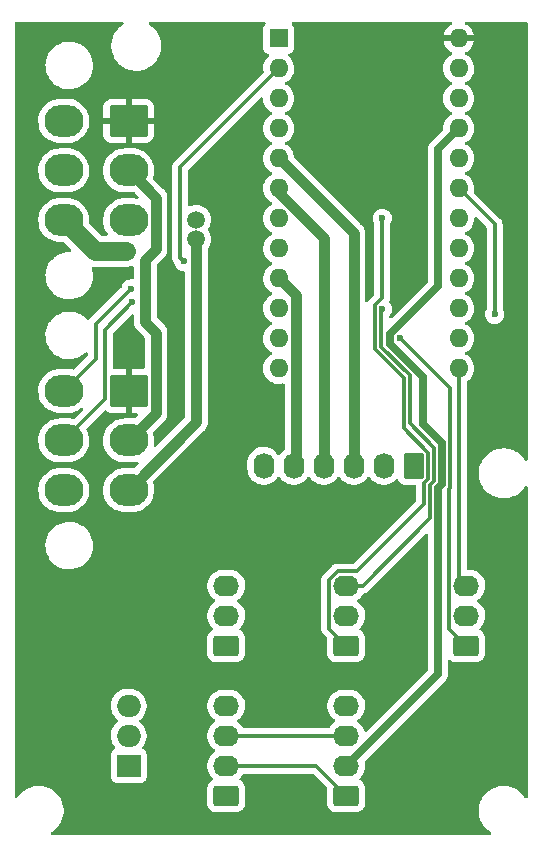
<source format=gbr>
%TF.GenerationSoftware,KiCad,Pcbnew,(6.0.9)*%
%TF.CreationDate,2023-01-21T06:35:56-09:00*%
%TF.ProjectId,CONTROLLER_ AMPCD_DDI,434f4e54-524f-44c4-9c45-522c20414d50,1*%
%TF.SameCoordinates,Original*%
%TF.FileFunction,Copper,L2,Bot*%
%TF.FilePolarity,Positive*%
%FSLAX46Y46*%
G04 Gerber Fmt 4.6, Leading zero omitted, Abs format (unit mm)*
G04 Created by KiCad (PCBNEW (6.0.9)) date 2023-01-21 06:35:56*
%MOMM*%
%LPD*%
G01*
G04 APERTURE LIST*
G04 Aperture macros list*
%AMRoundRect*
0 Rectangle with rounded corners*
0 $1 Rounding radius*
0 $2 $3 $4 $5 $6 $7 $8 $9 X,Y pos of 4 corners*
0 Add a 4 corners polygon primitive as box body*
4,1,4,$2,$3,$4,$5,$6,$7,$8,$9,$2,$3,0*
0 Add four circle primitives for the rounded corners*
1,1,$1+$1,$2,$3*
1,1,$1+$1,$4,$5*
1,1,$1+$1,$6,$7*
1,1,$1+$1,$8,$9*
0 Add four rect primitives between the rounded corners*
20,1,$1+$1,$2,$3,$4,$5,0*
20,1,$1+$1,$4,$5,$6,$7,0*
20,1,$1+$1,$6,$7,$8,$9,0*
20,1,$1+$1,$8,$9,$2,$3,0*%
G04 Aperture macros list end*
%TA.AperFunction,ComponentPad*%
%ADD10R,2.000000X1.905000*%
%TD*%
%TA.AperFunction,ComponentPad*%
%ADD11O,2.000000X1.905000*%
%TD*%
%TA.AperFunction,ComponentPad*%
%ADD12RoundRect,0.250000X0.620000X0.845000X-0.620000X0.845000X-0.620000X-0.845000X0.620000X-0.845000X0*%
%TD*%
%TA.AperFunction,ComponentPad*%
%ADD13O,1.740000X2.190000*%
%TD*%
%TA.AperFunction,ComponentPad*%
%ADD14RoundRect,0.250000X0.845000X-0.620000X0.845000X0.620000X-0.845000X0.620000X-0.845000X-0.620000X0*%
%TD*%
%TA.AperFunction,ComponentPad*%
%ADD15O,2.190000X1.740000*%
%TD*%
%TA.AperFunction,ComponentPad*%
%ADD16R,1.600000X1.600000*%
%TD*%
%TA.AperFunction,ComponentPad*%
%ADD17O,1.600000X1.600000*%
%TD*%
%TA.AperFunction,ComponentPad*%
%ADD18RoundRect,0.250001X-1.399999X1.099999X-1.399999X-1.099999X1.399999X-1.099999X1.399999X1.099999X0*%
%TD*%
%TA.AperFunction,ComponentPad*%
%ADD19O,3.300000X2.700000*%
%TD*%
%TA.AperFunction,ViaPad*%
%ADD20C,1.500000*%
%TD*%
%TA.AperFunction,ViaPad*%
%ADD21C,0.600000*%
%TD*%
%TA.AperFunction,Conductor*%
%ADD22C,1.625600*%
%TD*%
%TA.AperFunction,Conductor*%
%ADD23C,0.635000*%
%TD*%
%TA.AperFunction,Conductor*%
%ADD24C,0.304800*%
%TD*%
%TA.AperFunction,Conductor*%
%ADD25C,0.914400*%
%TD*%
G04 APERTURE END LIST*
D10*
%TO.P,Q1,1*%
%TO.N,Net-(Q1-Pad1)*%
X10160000Y6350000D03*
D11*
%TO.P,Q1,2*%
%TO.N,Net-(Q1-Pad2)*%
X10160000Y8890000D03*
%TO.P,Q1,3*%
%TO.N,GND*%
X10160000Y11430000D03*
%TD*%
D12*
%TO.P,J3,1*%
%TO.N,/+12V_PWM*%
X34290000Y31750000D03*
D13*
%TO.P,J3,2*%
%TO.N,/+5V_SUPPLY*%
X31750000Y31750000D03*
%TO.P,J3,3*%
%TO.N,/SDA_D2*%
X29210000Y31750000D03*
%TO.P,J3,4*%
%TO.N,/~{SCL_D3}*%
X26670000Y31750000D03*
%TO.P,J3,5*%
%TO.N,/~{D6_A7}*%
X24130000Y31750000D03*
%TO.P,J3,6*%
%TO.N,GND*%
X21590000Y31750000D03*
%TD*%
D14*
%TO.P,J7,1*%
%TO.N,/A1*%
X28575000Y3810000D03*
D15*
%TO.P,J7,2*%
%TO.N,+5V*%
X28575000Y6350000D03*
%TO.P,J7,3*%
%TO.N,/A0*%
X28575000Y8890000D03*
%TO.P,J7,4*%
%TO.N,GND*%
X28575000Y11430000D03*
%TD*%
D14*
%TO.P,J6,1*%
%TO.N,/A2*%
X18415000Y3810000D03*
D15*
%TO.P,J6,2*%
%TO.N,/A1*%
X18415000Y6350000D03*
%TO.P,J6,3*%
%TO.N,/A0*%
X18415000Y8890000D03*
%TO.P,J6,4*%
%TO.N,GND*%
X18415000Y11430000D03*
%TD*%
D14*
%TO.P,J4,1*%
%TO.N,/D4_A6*%
X28575000Y16510000D03*
D15*
%TO.P,J4,2*%
%TO.N,GND*%
X28575000Y19050000D03*
%TO.P,J4,3*%
%TO.N,/D7*%
X28575000Y21590000D03*
%TD*%
D14*
%TO.P,J5,1*%
%TO.N,/D8_A8*%
X38735000Y16510000D03*
D15*
%TO.P,J5,2*%
%TO.N,GND*%
X38735000Y19050000D03*
%TO.P,J5,3*%
%TO.N,/~{D10_A10}*%
X38735000Y21590000D03*
%TD*%
D14*
%TO.P,J8,1*%
%TO.N,/D14_MISO*%
X18415000Y16510000D03*
D15*
%TO.P,J8,2*%
%TO.N,/D16_MOSI*%
X18415000Y19050000D03*
%TO.P,J8,3*%
%TO.N,GND*%
X18415000Y21590000D03*
%TD*%
D16*
%TO.P,XU1,1*%
%TO.N,/TX0_D1*%
X22860000Y67945000D03*
D17*
%TO.P,XU1,2*%
%TO.N,/RX1_D0*%
X22860000Y65405000D03*
%TO.P,XU1,3*%
%TO.N,GND*%
X22860000Y62865000D03*
%TO.P,XU1,4*%
X22860000Y60325000D03*
%TO.P,XU1,5*%
%TO.N,/SDA_D2*%
X22860000Y57785000D03*
%TO.P,XU1,6*%
%TO.N,/~{SCL_D3}*%
X22860000Y55245000D03*
%TO.P,XU1,7*%
%TO.N,/D4_A6*%
X22860000Y52705000D03*
%TO.P,XU1,8*%
%TO.N,/~{D5}*%
X22860000Y50165000D03*
%TO.P,XU1,9*%
%TO.N,/~{D6_A7}*%
X22860000Y47625000D03*
%TO.P,XU1,10*%
%TO.N,/D7*%
X22860000Y45085000D03*
%TO.P,XU1,11*%
%TO.N,/D8_A8*%
X22860000Y42545000D03*
%TO.P,XU1,12*%
%TO.N,/~{D9_A9}*%
X22860000Y40005000D03*
%TO.P,XU1,13*%
%TO.N,/~{D10_A10}*%
X38100000Y40005000D03*
%TO.P,XU1,14*%
%TO.N,/D16_MOSI*%
X38100000Y42545000D03*
%TO.P,XU1,15*%
%TO.N,/D14_MISO*%
X38100000Y45085000D03*
%TO.P,XU1,16*%
%TO.N,/D15_SCK*%
X38100000Y47625000D03*
%TO.P,XU1,17*%
%TO.N,/A0*%
X38100000Y50165000D03*
%TO.P,XU1,18*%
%TO.N,/A1*%
X38100000Y52705000D03*
%TO.P,XU1,19*%
%TO.N,/A2*%
X38100000Y55245000D03*
%TO.P,XU1,20*%
%TO.N,/A3*%
X38100000Y57785000D03*
%TO.P,XU1,21*%
%TO.N,+5V*%
X38100000Y60325000D03*
%TO.P,XU1,22*%
%TO.N,/RST*%
X38100000Y62865000D03*
%TO.P,XU1,23*%
%TO.N,GND*%
X38100000Y65405000D03*
%TO.P,XU1,24*%
%TO.N,/+12V_SUPPLY*%
X38100000Y67945000D03*
%TD*%
D18*
%TO.P,J2,1*%
%TO.N,/+12V_SUPPLY*%
X10160000Y38100000D03*
D19*
%TO.P,J2,2*%
%TO.N,/+5V_SUPPLY*%
X10160000Y33900000D03*
%TO.P,J2,3*%
%TO.N,/+3.3V_SUPPLY*%
X10160000Y29700000D03*
%TO.P,J2,4*%
%TO.N,/BUS-A*%
X4660000Y38100000D03*
%TO.P,J2,5*%
%TO.N,/BUS-B*%
X4660000Y33900000D03*
%TO.P,J2,6*%
%TO.N,GND*%
X4660000Y29700000D03*
%TD*%
D18*
%TO.P,J1,1*%
%TO.N,/+12V_SUPPLY*%
X10160000Y60960000D03*
D19*
%TO.P,J1,2*%
%TO.N,/+5V_SUPPLY*%
X10160000Y56760000D03*
%TO.P,J1,3*%
%TO.N,/+3.3V_SUPPLY*%
X10160000Y52560000D03*
%TO.P,J1,4*%
%TO.N,/BUS-A*%
X4660000Y60960000D03*
%TO.P,J1,5*%
%TO.N,/BUS-B*%
X4660000Y56760000D03*
%TO.P,J1,6*%
%TO.N,GND*%
X4660000Y52560000D03*
%TD*%
D20*
%TO.N,GND*%
X9906000Y49911000D03*
D21*
%TO.N,+5V*%
X35052000Y35306000D03*
%TO.N,/A2*%
X41148000Y44577000D03*
D20*
%TO.N,/+12V_SUPPLY*%
X9271000Y21209000D03*
%TO.N,/+3.3V_SUPPLY*%
X15875000Y52578000D03*
X15875000Y50927000D03*
D21*
%TO.N,/BUS-A*%
X10345790Y46721271D03*
%TO.N,/BUS-B*%
X10472790Y45584197D03*
%TO.N,/D4_A6*%
X31623000Y52705000D03*
%TO.N,/D7*%
X31640410Y45021500D03*
%TO.N,/RX1_D0*%
X14812258Y49063906D03*
%TO.N,/D8_A8*%
X33147000Y42545000D03*
%TD*%
D22*
%TO.N,GND*%
X7309000Y49911000D02*
X9906000Y49911000D01*
X4660000Y52560000D02*
X7309000Y49911000D01*
D23*
%TO.N,+5V*%
X36356911Y14131911D02*
X28575000Y6350000D01*
X36687131Y30168885D02*
X36356911Y29838665D01*
X36687131Y33670869D02*
X36687131Y30168885D01*
X36356911Y29838665D02*
X36356911Y14131911D01*
X35052000Y35306000D02*
X36687131Y33670869D01*
X36322000Y46990000D02*
X36322000Y58547000D01*
X32258000Y42926000D02*
X36322000Y46990000D01*
X35052000Y39253306D02*
X32258000Y42047306D01*
X35052000Y35306000D02*
X35052000Y39253306D01*
X36322000Y58547000D02*
X38100000Y60325000D01*
X32258000Y42047306D02*
X32258000Y42926000D01*
D24*
%TO.N,/A2*%
X41148000Y52197000D02*
X38100000Y55245000D01*
X41148000Y44577000D02*
X41148000Y52197000D01*
%TO.N,/A1*%
X26035000Y6350000D02*
X28575000Y3810000D01*
X18415000Y6350000D02*
X26035000Y6350000D01*
%TO.N,/A0*%
X18415000Y8890000D02*
X28575000Y8890000D01*
D25*
%TO.N,/+5V_SUPPLY*%
X10160000Y56760000D02*
X12467210Y54452790D01*
X12467210Y36207210D02*
X10160000Y33900000D01*
X12467210Y43031790D02*
X12467210Y36207210D01*
X11557000Y49168658D02*
X11557000Y43942000D01*
X12467210Y54452790D02*
X12467210Y50078868D01*
X12467210Y50078868D02*
X11557000Y49168658D01*
X11557000Y43942000D02*
X12467210Y43031790D01*
%TO.N,/+3.3V_SUPPLY*%
X10160000Y29700000D02*
X15875000Y35415000D01*
X15875000Y35415000D02*
X15875000Y50927000D01*
D24*
%TO.N,/BUS-A*%
X4660000Y38100000D02*
X7366000Y40806000D01*
X7366000Y40806000D02*
X7366000Y43741481D01*
X7366000Y43741481D02*
X10345790Y46721271D01*
%TO.N,/BUS-B*%
X8157590Y37397590D02*
X8157590Y43268997D01*
X8157590Y43268997D02*
X10472790Y45584197D01*
X4660000Y33900000D02*
X8157590Y37397590D01*
D25*
%TO.N,/~{SCL_D3}*%
X26670000Y51051658D02*
X26670000Y31750000D01*
X22860000Y54861658D02*
X26670000Y51051658D01*
X22860000Y55245000D02*
X22860000Y54861658D01*
%TO.N,/SDA_D2*%
X22860000Y57785000D02*
X29210000Y51435000D01*
X29210000Y51435000D02*
X29210000Y31750000D01*
D24*
%TO.N,/~{D10_A10}*%
X38100000Y22225000D02*
X38735000Y21590000D01*
X38100000Y40005000D02*
X38100000Y22225000D01*
D25*
%TO.N,/~{D6_A7}*%
X24317201Y31937201D02*
X24130000Y31750000D01*
X24317201Y46167799D02*
X24317201Y31937201D01*
X22860000Y47625000D02*
X24317201Y46167799D01*
D24*
%TO.N,/D4_A6*%
X27843662Y22812410D02*
X29511590Y22812410D01*
X27127590Y22096338D02*
X27843662Y22812410D01*
X27127590Y17957410D02*
X27127590Y22096338D01*
X28575000Y16510000D02*
X27127590Y17957410D01*
X29511590Y22812410D02*
X35179000Y28479820D01*
X35512410Y32844530D02*
X33431940Y34925000D01*
X35512410Y30655470D02*
X35512410Y32844530D01*
X35179000Y30322060D02*
X35512410Y30655470D01*
X35179000Y28479820D02*
X35179000Y30322060D01*
X33431940Y34925000D02*
X33431940Y39212060D01*
X30988009Y45334653D02*
X31623000Y45969644D01*
X30988009Y41655993D02*
X30988009Y45334653D01*
X33431940Y39212060D02*
X30988009Y41655993D01*
X31623000Y45969644D02*
X31623000Y52705000D01*
%TO.N,/D7*%
X31559500Y44940590D02*
X31640410Y45021500D01*
X35687000Y30116150D02*
X36017221Y30446371D01*
X31559500Y41798410D02*
X31559500Y44940590D01*
X33936750Y39421160D02*
X31559500Y41798410D01*
X33936751Y35357159D02*
X33936750Y39421160D01*
X31559500Y45021500D02*
X31640410Y45021500D01*
X36017221Y33276689D02*
X33936751Y35357159D01*
X31496000Y45085000D02*
X31559500Y45021500D01*
X28575000Y21590000D02*
X29974800Y21590000D01*
X29974800Y21590000D02*
X35687000Y27302200D01*
X36017221Y30446371D02*
X36017221Y33276689D01*
X35687000Y27302200D02*
X35687000Y30116150D01*
%TO.N,/RX1_D0*%
X22860000Y65405000D02*
X14512259Y57057259D01*
X14512259Y57057259D02*
X14512259Y49363905D01*
X14512259Y49363905D02*
X14812258Y49063906D01*
%TO.N,/D8_A8*%
X37287590Y29821948D02*
X37357041Y29891399D01*
X37357041Y38334959D02*
X33147000Y42545000D01*
X37357041Y29891399D02*
X37357041Y38334959D01*
X37287590Y17957410D02*
X37287590Y29821948D01*
X38735000Y16510000D02*
X37287590Y17957410D01*
%TD*%
%TA.AperFunction,Conductor*%
%TO.N,/+12V_SUPPLY*%
G36*
X9688264Y69321498D02*
G01*
X9734757Y69267842D01*
X9744861Y69197568D01*
X9715367Y69132988D01*
X9692594Y69112413D01*
X9683734Y69106186D01*
X9464977Y68952441D01*
X9449892Y68938423D01*
X9284216Y68784467D01*
X9254378Y68756740D01*
X9072287Y68534268D01*
X8922073Y68289142D01*
X8806517Y68025898D01*
X8727756Y67749406D01*
X8705969Y67596322D01*
X8692167Y67499337D01*
X8687249Y67464784D01*
X8687227Y67460495D01*
X8687226Y67460488D01*
X8685874Y67202358D01*
X8685743Y67177297D01*
X8723268Y66892266D01*
X8799129Y66614964D01*
X8800813Y66611016D01*
X8886535Y66410046D01*
X8911923Y66350524D01*
X8955387Y66277901D01*
X9033678Y66147087D01*
X9059561Y66103839D01*
X9239313Y65879472D01*
X9447851Y65681577D01*
X9681317Y65513814D01*
X9685112Y65511805D01*
X9685113Y65511804D01*
X9706869Y65500285D01*
X9935392Y65379288D01*
X9959699Y65370393D01*
X10135369Y65306107D01*
X10205373Y65280489D01*
X10486264Y65219245D01*
X10514841Y65216996D01*
X10709282Y65201693D01*
X10709291Y65201693D01*
X10711739Y65201500D01*
X10867271Y65201500D01*
X10869407Y65201646D01*
X10869418Y65201646D01*
X11077548Y65215835D01*
X11077554Y65215836D01*
X11081825Y65216127D01*
X11086020Y65216996D01*
X11086022Y65216996D01*
X11222584Y65245277D01*
X11363342Y65274426D01*
X11634343Y65370393D01*
X11889812Y65502250D01*
X11893313Y65504711D01*
X11893317Y65504713D01*
X12075974Y65633087D01*
X12125023Y65667559D01*
X12203403Y65740394D01*
X12332479Y65860339D01*
X12332481Y65860342D01*
X12335622Y65863260D01*
X12517713Y66085732D01*
X12667927Y66330858D01*
X12704581Y66414357D01*
X12781757Y66590170D01*
X12783483Y66594102D01*
X12796354Y66639284D01*
X12836933Y66781739D01*
X12862244Y66870594D01*
X12902751Y67155216D01*
X12902845Y67173049D01*
X12904235Y67438417D01*
X12904235Y67438424D01*
X12904257Y67442703D01*
X12866732Y67727734D01*
X12790871Y68005036D01*
X12678077Y68269476D01*
X12530439Y68516161D01*
X12350687Y68740528D01*
X12142149Y68938423D01*
X11908683Y69106186D01*
X11904881Y69108199D01*
X11904536Y69108413D01*
X11857181Y69161309D01*
X11845941Y69231411D01*
X11874385Y69296460D01*
X11933482Y69335806D01*
X11970932Y69341500D01*
X21629731Y69341500D01*
X21697852Y69321498D01*
X21744345Y69267842D01*
X21754449Y69197568D01*
X21724955Y69132988D01*
X21705297Y69114675D01*
X21696739Y69108261D01*
X21609385Y68991705D01*
X21558255Y68855316D01*
X21551500Y68793134D01*
X21551500Y67096866D01*
X21558255Y67034684D01*
X21609385Y66898295D01*
X21696739Y66781739D01*
X21813295Y66694385D01*
X21949684Y66643255D01*
X21960474Y66642083D01*
X21962606Y66641197D01*
X21965222Y66640575D01*
X21965121Y66640152D01*
X22026035Y66614845D01*
X22066463Y66556483D01*
X22068922Y66485529D01*
X22032629Y66424510D01*
X22023969Y66417511D01*
X22020207Y66414354D01*
X22015700Y66411198D01*
X21853802Y66249300D01*
X21722477Y66061749D01*
X21720154Y66056767D01*
X21720151Y66056762D01*
X21628039Y65859225D01*
X21625716Y65854243D01*
X21566457Y65633087D01*
X21546502Y65405000D01*
X21566457Y65176913D01*
X21567881Y65171600D01*
X21567881Y65171598D01*
X21575271Y65144018D01*
X21573581Y65073041D01*
X21542659Y65022312D01*
X14064220Y57543873D01*
X14057955Y57538020D01*
X14017507Y57502735D01*
X14013140Y57496521D01*
X13983368Y57454160D01*
X13979436Y57448866D01*
X13942796Y57402138D01*
X13939670Y57395214D01*
X13935957Y57389083D01*
X13933321Y57384463D01*
X13929899Y57378081D01*
X13925528Y57371862D01*
X13922768Y57364783D01*
X13903961Y57316546D01*
X13901405Y57310467D01*
X13876970Y57256347D01*
X13875584Y57248871D01*
X13873429Y57241993D01*
X13871969Y57236868D01*
X13870181Y57229904D01*
X13867421Y57222825D01*
X13866429Y57215293D01*
X13866429Y57215291D01*
X13859673Y57163967D01*
X13858643Y57157461D01*
X13847819Y57099062D01*
X13848256Y57091482D01*
X13848256Y57091481D01*
X13851150Y57041292D01*
X13851359Y57034039D01*
X13851359Y49391168D01*
X13851067Y49382597D01*
X13847417Y49329062D01*
X13848722Y49321585D01*
X13848722Y49321584D01*
X13857627Y49270562D01*
X13858589Y49264040D01*
X13865722Y49205100D01*
X13868408Y49197992D01*
X13870119Y49191026D01*
X13871538Y49185837D01*
X13873615Y49178958D01*
X13874920Y49171481D01*
X13898788Y49117110D01*
X13901271Y49111024D01*
X13922265Y49055464D01*
X13926568Y49049203D01*
X13929874Y49042879D01*
X13932530Y49038107D01*
X13936165Y49031961D01*
X13939217Y49025009D01*
X13964415Y48992170D01*
X13975361Y48977904D01*
X13979236Y48972571D01*
X13996086Y48948055D01*
X14015492Y48902888D01*
X14015734Y48901748D01*
X14016421Y48894746D01*
X14073676Y48722633D01*
X14077323Y48716611D01*
X14077324Y48716609D01*
X14163153Y48574888D01*
X14167638Y48567482D01*
X14293640Y48437004D01*
X14369529Y48387344D01*
X14431048Y48347087D01*
X14445417Y48337684D01*
X14452021Y48335228D01*
X14452023Y48335227D01*
X14608816Y48276916D01*
X14608818Y48276916D01*
X14615426Y48274458D01*
X14795219Y48250468D01*
X14794968Y48248588D01*
X14853617Y48230030D01*
X14898980Y48175417D01*
X14909300Y48125476D01*
X14909300Y35867196D01*
X14889298Y35799075D01*
X14872395Y35778101D01*
X12490033Y33395739D01*
X12427721Y33361713D01*
X12356906Y33366778D01*
X12300070Y33409325D01*
X12275259Y33475845D01*
X12277316Y33509200D01*
X12308700Y33668428D01*
X12308701Y33668434D01*
X12309581Y33672900D01*
X12318782Y33857723D01*
X12322764Y33937708D01*
X12322764Y33937714D01*
X12322991Y33942277D01*
X12297375Y34210769D01*
X12252042Y34396033D01*
X12234355Y34468312D01*
X12233269Y34472750D01*
X12231556Y34476981D01*
X12225743Y34491331D01*
X12218710Y34561978D01*
X12253433Y34627727D01*
X13139000Y35513294D01*
X13141522Y35515747D01*
X13197371Y35568561D01*
X13202010Y35572948D01*
X13235308Y35620502D01*
X13240876Y35627866D01*
X13273548Y35667925D01*
X13273549Y35667927D01*
X13277580Y35672869D01*
X13280535Y35678521D01*
X13280538Y35678526D01*
X13290318Y35697234D01*
X13298767Y35711131D01*
X13310879Y35728429D01*
X13314538Y35733654D01*
X13337598Y35786944D01*
X13341575Y35795281D01*
X13365516Y35841075D01*
X13368473Y35846731D01*
X13376052Y35873162D01*
X13381530Y35888465D01*
X13392453Y35913706D01*
X13404330Y35970555D01*
X13406541Y35979489D01*
X13422549Y36035318D01*
X13424658Y36062731D01*
X13426950Y36078833D01*
X13432573Y36105746D01*
X13432910Y36112177D01*
X13432910Y36165129D01*
X13433281Y36174795D01*
X13437111Y36224566D01*
X13437111Y36224570D01*
X13437600Y36230926D01*
X13433902Y36260198D01*
X13432910Y36275976D01*
X13432910Y43016150D01*
X13432959Y43019668D01*
X13435105Y43096499D01*
X13435105Y43096501D01*
X13435283Y43102881D01*
X13426288Y43153893D01*
X13425200Y43160066D01*
X13423931Y43169212D01*
X13418709Y43220625D01*
X13418708Y43220628D01*
X13418064Y43226972D01*
X13409844Y43253203D01*
X13405992Y43269001D01*
X13403086Y43285479D01*
X13401216Y43296087D01*
X13379838Y43350080D01*
X13376766Y43358754D01*
X13359396Y43414182D01*
X13356299Y43419769D01*
X13356297Y43419774D01*
X13346065Y43438232D01*
X13339118Y43452928D01*
X13328994Y43478497D01*
X13297200Y43527083D01*
X13292430Y43534990D01*
X13292116Y43535558D01*
X13264283Y43585770D01*
X13260126Y43590620D01*
X13260124Y43590623D01*
X13246391Y43606646D01*
X13236627Y43619650D01*
X13224224Y43638603D01*
X13221570Y43642659D01*
X13217261Y43647445D01*
X13179825Y43684881D01*
X13173252Y43691978D01*
X13140764Y43729883D01*
X13140761Y43729885D01*
X13136610Y43734729D01*
X13113300Y43752810D01*
X13101431Y43763275D01*
X12559605Y44305101D01*
X12525579Y44367413D01*
X12522700Y44394196D01*
X12522700Y48716462D01*
X12542702Y48784583D01*
X12559605Y48805557D01*
X13139000Y49384952D01*
X13141522Y49387405D01*
X13197374Y49440221D01*
X13197378Y49440226D01*
X13202010Y49444606D01*
X13235310Y49492162D01*
X13240878Y49499525D01*
X13273547Y49539582D01*
X13277580Y49544527D01*
X13280536Y49550182D01*
X13280539Y49550186D01*
X13290318Y49568892D01*
X13298767Y49582789D01*
X13310879Y49600087D01*
X13314538Y49605312D01*
X13337598Y49658602D01*
X13341575Y49666939D01*
X13358513Y49699337D01*
X13368473Y49718389D01*
X13376053Y49744825D01*
X13381534Y49760133D01*
X13392453Y49785364D01*
X13404325Y49842193D01*
X13406543Y49851156D01*
X13422549Y49906975D01*
X13424658Y49934389D01*
X13426950Y49950490D01*
X13431582Y49972661D01*
X13432573Y49977404D01*
X13432910Y49983835D01*
X13432910Y50036786D01*
X13433281Y50046452D01*
X13437111Y50096223D01*
X13437111Y50096227D01*
X13437600Y50102583D01*
X13433904Y50131840D01*
X13432910Y50147632D01*
X13432910Y54437150D01*
X13432959Y54440668D01*
X13435105Y54517499D01*
X13435105Y54517501D01*
X13435283Y54523881D01*
X13433511Y54533933D01*
X13425200Y54581066D01*
X13423931Y54590212D01*
X13418709Y54641620D01*
X13418064Y54647972D01*
X13416157Y54654058D01*
X13416155Y54654066D01*
X13409842Y54674207D01*
X13405989Y54690014D01*
X13402325Y54710799D01*
X13402324Y54710804D01*
X13401216Y54717086D01*
X13379834Y54771089D01*
X13376757Y54779782D01*
X13361305Y54829092D01*
X13361303Y54829097D01*
X13359396Y54835182D01*
X13346063Y54859235D01*
X13339113Y54873939D01*
X13331346Y54893556D01*
X13328994Y54899497D01*
X13325497Y54904841D01*
X13325495Y54904845D01*
X13297200Y54948084D01*
X13292430Y54955991D01*
X13267377Y55001189D01*
X13267375Y55001192D01*
X13264283Y55006770D01*
X13246390Y55027647D01*
X13236630Y55040647D01*
X13224223Y55059606D01*
X13221571Y55063659D01*
X13217262Y55068444D01*
X13179825Y55105881D01*
X13173252Y55112978D01*
X13140764Y55150883D01*
X13140761Y55150885D01*
X13136610Y55155729D01*
X13113300Y55173810D01*
X13101431Y55184275D01*
X12250952Y56034754D01*
X12216926Y56097066D01*
X12221238Y56165805D01*
X12255906Y56263976D01*
X12255909Y56263987D01*
X12257425Y56268280D01*
X12279942Y56382523D01*
X12308700Y56528428D01*
X12308701Y56528434D01*
X12309581Y56532900D01*
X12315442Y56650634D01*
X12322764Y56797708D01*
X12322764Y56797714D01*
X12322991Y56802277D01*
X12297375Y57070769D01*
X12288626Y57106527D01*
X12234355Y57328312D01*
X12233269Y57332750D01*
X12132015Y57582733D01*
X11995735Y57815482D01*
X11877928Y57962792D01*
X11830136Y58022553D01*
X11830135Y58022555D01*
X11827284Y58026119D01*
X11630191Y58210234D01*
X11408584Y58363968D01*
X11404501Y58365999D01*
X11404498Y58366001D01*
X11288987Y58423466D01*
X11167106Y58484101D01*
X11162772Y58485522D01*
X11162769Y58485523D01*
X10915147Y58566698D01*
X10915141Y58566699D01*
X10910814Y58568118D01*
X10906322Y58568898D01*
X10648860Y58613601D01*
X10648852Y58613602D01*
X10645079Y58614257D01*
X10633817Y58614818D01*
X10561422Y58618422D01*
X10561414Y58618422D01*
X10559851Y58618500D01*
X9791488Y58618500D01*
X9789220Y58618335D01*
X9789208Y58618335D01*
X9658116Y58608823D01*
X9590996Y58603953D01*
X9586541Y58602969D01*
X9586538Y58602969D01*
X9332088Y58546791D01*
X9332084Y58546790D01*
X9327628Y58545806D01*
X9201520Y58498028D01*
X9079682Y58451868D01*
X9079679Y58451867D01*
X9075412Y58450250D01*
X8839632Y58319286D01*
X8625227Y58155657D01*
X8436688Y57962792D01*
X8277966Y57744730D01*
X8275844Y57740696D01*
X8154510Y57510079D01*
X8154507Y57510073D01*
X8152385Y57506039D01*
X8150865Y57501734D01*
X8150863Y57501730D01*
X8066655Y57263274D01*
X8062575Y57251720D01*
X8061692Y57247238D01*
X8019671Y57034039D01*
X8010419Y56987100D01*
X8010192Y56982547D01*
X8010192Y56982544D01*
X7997686Y56731315D01*
X7997009Y56717723D01*
X8022625Y56449231D01*
X8023710Y56444797D01*
X8023711Y56444791D01*
X8070310Y56254357D01*
X8086731Y56187250D01*
X8187985Y55937267D01*
X8324265Y55704518D01*
X8336729Y55688933D01*
X8444686Y55553940D01*
X8492716Y55493881D01*
X8689809Y55309766D01*
X8911416Y55156032D01*
X8915499Y55154001D01*
X8915502Y55153999D01*
X8989884Y55116995D01*
X9152894Y55035899D01*
X9157228Y55034478D01*
X9157231Y55034477D01*
X9404853Y54953302D01*
X9404859Y54953301D01*
X9409186Y54951882D01*
X9413677Y54951102D01*
X9413678Y54951102D01*
X9671140Y54906399D01*
X9671148Y54906398D01*
X9674921Y54905743D01*
X9678758Y54905552D01*
X9758578Y54901578D01*
X9758586Y54901578D01*
X9760149Y54901500D01*
X10528512Y54901500D01*
X10530782Y54901665D01*
X10530790Y54901665D01*
X10548768Y54902970D01*
X10586919Y54905738D01*
X10656307Y54890718D01*
X10685131Y54869163D01*
X10962742Y54591552D01*
X10996768Y54529240D01*
X10991703Y54458425D01*
X10949156Y54401589D01*
X10882636Y54376778D01*
X10852093Y54378314D01*
X10648863Y54413600D01*
X10645079Y54414257D01*
X10633817Y54414818D01*
X10561422Y54418422D01*
X10561414Y54418422D01*
X10559851Y54418500D01*
X9791488Y54418500D01*
X9789220Y54418335D01*
X9789208Y54418335D01*
X9658116Y54408823D01*
X9590996Y54403953D01*
X9586541Y54402969D01*
X9586538Y54402969D01*
X9332088Y54346791D01*
X9332084Y54346790D01*
X9327628Y54345806D01*
X9201520Y54298028D01*
X9079682Y54251868D01*
X9079679Y54251867D01*
X9075412Y54250250D01*
X8839632Y54119286D01*
X8625227Y53955657D01*
X8436688Y53762792D01*
X8277966Y53544730D01*
X8254628Y53500372D01*
X8154510Y53310079D01*
X8154507Y53310073D01*
X8152385Y53306039D01*
X8150865Y53301734D01*
X8150863Y53301730D01*
X8069980Y53072688D01*
X8062575Y53051720D01*
X8040240Y52938402D01*
X8011364Y52791894D01*
X8010419Y52787100D01*
X8010192Y52782547D01*
X8010192Y52782544D01*
X7997262Y52522798D01*
X7997009Y52517723D01*
X8022625Y52249231D01*
X8023710Y52244797D01*
X8023711Y52244791D01*
X8078018Y52022857D01*
X8086731Y51987250D01*
X8187985Y51737267D01*
X8249214Y51632696D01*
X8320822Y51510399D01*
X8324265Y51504518D01*
X8327113Y51500956D01*
X8327117Y51500951D01*
X8378265Y51436995D01*
X8405189Y51371302D01*
X8392324Y51301481D01*
X8343752Y51249700D01*
X8279862Y51232300D01*
X7908490Y51232300D01*
X7840369Y51252302D01*
X7819399Y51269201D01*
X6846552Y52242049D01*
X6812528Y52304359D01*
X6809805Y52337407D01*
X6809919Y52339686D01*
X6818032Y52502662D01*
X6822764Y52597708D01*
X6822764Y52597714D01*
X6822991Y52602277D01*
X6797375Y52870769D01*
X6793831Y52885255D01*
X6734355Y53128312D01*
X6733269Y53132750D01*
X6632015Y53382733D01*
X6495735Y53615482D01*
X6376066Y53765120D01*
X6330136Y53822553D01*
X6330135Y53822555D01*
X6327284Y53826119D01*
X6130191Y54010234D01*
X5908584Y54163968D01*
X5904501Y54165999D01*
X5904498Y54166001D01*
X5739606Y54248033D01*
X5667106Y54284101D01*
X5662772Y54285522D01*
X5662769Y54285523D01*
X5415147Y54366698D01*
X5415141Y54366699D01*
X5410814Y54368118D01*
X5406322Y54368898D01*
X5148860Y54413601D01*
X5148852Y54413602D01*
X5145079Y54414257D01*
X5133817Y54414818D01*
X5061422Y54418422D01*
X5061414Y54418422D01*
X5059851Y54418500D01*
X4291488Y54418500D01*
X4289220Y54418335D01*
X4289208Y54418335D01*
X4158116Y54408823D01*
X4090996Y54403953D01*
X4086541Y54402969D01*
X4086538Y54402969D01*
X3832088Y54346791D01*
X3832084Y54346790D01*
X3827628Y54345806D01*
X3701520Y54298028D01*
X3579682Y54251868D01*
X3579679Y54251867D01*
X3575412Y54250250D01*
X3339632Y54119286D01*
X3125227Y53955657D01*
X2936688Y53762792D01*
X2777966Y53544730D01*
X2754628Y53500372D01*
X2654510Y53310079D01*
X2654507Y53310073D01*
X2652385Y53306039D01*
X2650865Y53301734D01*
X2650863Y53301730D01*
X2569980Y53072688D01*
X2562575Y53051720D01*
X2540240Y52938402D01*
X2511364Y52791894D01*
X2510419Y52787100D01*
X2510192Y52782547D01*
X2510192Y52782544D01*
X2497262Y52522798D01*
X2497009Y52517723D01*
X2522625Y52249231D01*
X2523710Y52244797D01*
X2523711Y52244791D01*
X2578018Y52022857D01*
X2586731Y51987250D01*
X2687985Y51737267D01*
X2749214Y51632696D01*
X2820822Y51510399D01*
X2824265Y51504518D01*
X2855687Y51465227D01*
X2988330Y51299366D01*
X2992716Y51293881D01*
X3189809Y51109766D01*
X3411416Y50956032D01*
X3415499Y50954001D01*
X3415502Y50953999D01*
X3469773Y50927000D01*
X3652894Y50835899D01*
X3657228Y50834478D01*
X3657231Y50834477D01*
X3904853Y50753302D01*
X3904859Y50753301D01*
X3909186Y50751882D01*
X3913677Y50751102D01*
X3913678Y50751102D01*
X4171140Y50706399D01*
X4171148Y50706398D01*
X4174921Y50705743D01*
X4178758Y50705552D01*
X4258578Y50701578D01*
X4258586Y50701578D01*
X4260149Y50701500D01*
X4597709Y50701500D01*
X4665830Y50681498D01*
X4686804Y50664595D01*
X5267804Y50083595D01*
X5301830Y50021283D01*
X5296765Y49950468D01*
X5254218Y49893632D01*
X5187698Y49868821D01*
X5178709Y49868500D01*
X5049854Y49868500D01*
X5047668Y49868347D01*
X5047664Y49868347D01*
X4844173Y49854118D01*
X4844168Y49854117D01*
X4839788Y49853811D01*
X4565030Y49795409D01*
X4560901Y49793906D01*
X4560897Y49793905D01*
X4305219Y49700846D01*
X4305215Y49700844D01*
X4301074Y49699337D01*
X4053058Y49567464D01*
X4049499Y49564878D01*
X4049497Y49564877D01*
X3883958Y49444606D01*
X3825808Y49402358D01*
X3822644Y49399302D01*
X3822641Y49399300D01*
X3805345Y49382597D01*
X3623748Y49207231D01*
X3450812Y48985882D01*
X3448616Y48982078D01*
X3448611Y48982071D01*
X3359498Y48827722D01*
X3310364Y48742619D01*
X3205138Y48482176D01*
X3204073Y48477903D01*
X3204072Y48477901D01*
X3142271Y48230030D01*
X3137183Y48209624D01*
X3136724Y48205256D01*
X3136723Y48205251D01*
X3123011Y48074788D01*
X3107822Y47930267D01*
X3107975Y47925879D01*
X3107975Y47925873D01*
X3115441Y47712097D01*
X3117625Y47649542D01*
X3118387Y47645219D01*
X3118388Y47645212D01*
X3141588Y47513638D01*
X3166402Y47372913D01*
X3253203Y47105765D01*
X3255131Y47101812D01*
X3255133Y47101807D01*
X3264290Y47083033D01*
X3376340Y46853298D01*
X3378795Y46849659D01*
X3378798Y46849653D01*
X3398199Y46820890D01*
X3533415Y46620424D01*
X3536360Y46617153D01*
X3536361Y46617152D01*
X3544085Y46608574D01*
X3721371Y46411678D01*
X3724733Y46408857D01*
X3724734Y46408856D01*
X3738874Y46396991D01*
X3936550Y46231121D01*
X4174764Y46082269D01*
X4308484Y46022733D01*
X4383717Y45989237D01*
X4431375Y45968018D01*
X4435603Y45966806D01*
X4435602Y45966806D01*
X4597538Y45920372D01*
X4701390Y45890593D01*
X4705740Y45889982D01*
X4705743Y45889981D01*
X4808690Y45875513D01*
X4979552Y45851500D01*
X5190146Y45851500D01*
X5192332Y45851653D01*
X5192336Y45851653D01*
X5395827Y45865882D01*
X5395832Y45865883D01*
X5400212Y45866189D01*
X5674970Y45924591D01*
X5679099Y45926094D01*
X5679103Y45926095D01*
X5934781Y46019154D01*
X5934785Y46019156D01*
X5938926Y46020663D01*
X6186942Y46152536D01*
X6278926Y46219366D01*
X6410629Y46315053D01*
X6410632Y46315056D01*
X6414192Y46317642D01*
X6452878Y46355000D01*
X6522546Y46422278D01*
X6616252Y46512769D01*
X6789188Y46734118D01*
X6791384Y46737922D01*
X6791389Y46737929D01*
X6927435Y46973569D01*
X6929636Y46977381D01*
X7034862Y47237824D01*
X7068544Y47372913D01*
X7101753Y47506107D01*
X7101754Y47506112D01*
X7102817Y47510376D01*
X7103399Y47515907D01*
X7131719Y47785364D01*
X7131719Y47785367D01*
X7132178Y47789733D01*
X7129966Y47853087D01*
X7122529Y48066061D01*
X7122528Y48066067D01*
X7122375Y48070458D01*
X7120830Y48079225D01*
X7075256Y48337684D01*
X7073598Y48347087D01*
X7072243Y48351258D01*
X7072241Y48351265D01*
X7047497Y48427417D01*
X7045469Y48498384D01*
X7082132Y48559182D01*
X7145844Y48590508D01*
X7182441Y48590450D01*
X7182501Y48591135D01*
X7187982Y48590656D01*
X7193401Y48589700D01*
X9963688Y48589700D01*
X9966405Y48589938D01*
X9966412Y48589938D01*
X10057062Y48597869D01*
X10136318Y48604803D01*
X10220087Y48627249D01*
X10354326Y48663219D01*
X10354325Y48663219D01*
X10359637Y48664642D01*
X10364619Y48666965D01*
X10364627Y48666968D01*
X10412049Y48689082D01*
X10482241Y48699744D01*
X10547054Y48670765D01*
X10585910Y48611345D01*
X10591300Y48574888D01*
X10591300Y47648186D01*
X10571298Y47580065D01*
X10517642Y47533572D01*
X10450382Y47523072D01*
X10351470Y47534867D01*
X10344467Y47534131D01*
X10344466Y47534131D01*
X10178078Y47516643D01*
X10178076Y47516642D01*
X10171078Y47515907D01*
X9999369Y47457453D01*
X9993365Y47453759D01*
X9850885Y47366105D01*
X9850882Y47366103D01*
X9844878Y47362409D01*
X9839843Y47357478D01*
X9839840Y47357476D01*
X9720315Y47240428D01*
X9715283Y47235500D01*
X9617025Y47083033D01*
X9614616Y47076413D01*
X9614614Y47076410D01*
X9573607Y46963743D01*
X9554987Y46912586D01*
X9553531Y46901058D01*
X9525152Y46835984D01*
X9517620Y46827755D01*
X6917961Y44228095D01*
X6911696Y44222242D01*
X6871248Y44186957D01*
X6837109Y44138382D01*
X6833174Y44133084D01*
X6827547Y44125908D01*
X6769773Y44084645D01*
X6698861Y44081167D01*
X6634759Y44119347D01*
X6521573Y44245053D01*
X6521569Y44245057D01*
X6518629Y44248322D01*
X6303450Y44428879D01*
X6065236Y44577731D01*
X5808625Y44691982D01*
X5605398Y44750256D01*
X5542837Y44768195D01*
X5542836Y44768195D01*
X5538610Y44769407D01*
X5534260Y44770018D01*
X5534257Y44770019D01*
X5431310Y44784487D01*
X5260448Y44808500D01*
X5049854Y44808500D01*
X5047668Y44808347D01*
X5047664Y44808347D01*
X4844173Y44794118D01*
X4844168Y44794117D01*
X4839788Y44793811D01*
X4565030Y44735409D01*
X4560901Y44733906D01*
X4560897Y44733905D01*
X4305219Y44640846D01*
X4305215Y44640844D01*
X4301074Y44639337D01*
X4053058Y44507464D01*
X4049499Y44504878D01*
X4049497Y44504877D01*
X3838723Y44351741D01*
X3825808Y44342358D01*
X3623748Y44147231D01*
X3547126Y44049159D01*
X3456990Y43933789D01*
X3450812Y43925882D01*
X3448616Y43922078D01*
X3448611Y43922071D01*
X3357634Y43764493D01*
X3310364Y43682619D01*
X3205138Y43422176D01*
X3204073Y43417903D01*
X3204072Y43417901D01*
X3140920Y43164611D01*
X3137183Y43149624D01*
X3136724Y43145256D01*
X3136723Y43145251D01*
X3109885Y42889894D01*
X3107822Y42870267D01*
X3107975Y42865879D01*
X3107975Y42865873D01*
X3116150Y42631784D01*
X3117625Y42589542D01*
X3118387Y42585219D01*
X3118388Y42585212D01*
X3125479Y42545000D01*
X3166402Y42312913D01*
X3253203Y42045765D01*
X3376340Y41793298D01*
X3378795Y41789659D01*
X3378798Y41789653D01*
X3435755Y41705211D01*
X3533415Y41560424D01*
X3536360Y41557153D01*
X3536361Y41557152D01*
X3555728Y41535643D01*
X3721371Y41351678D01*
X3724733Y41348857D01*
X3724734Y41348856D01*
X3789105Y41294843D01*
X3936550Y41171121D01*
X4174764Y41022269D01*
X4431375Y40908018D01*
X4701390Y40830593D01*
X4705740Y40829982D01*
X4705743Y40829981D01*
X4808690Y40815513D01*
X4979552Y40791500D01*
X5190146Y40791500D01*
X5192332Y40791653D01*
X5192336Y40791653D01*
X5395827Y40805882D01*
X5395832Y40805883D01*
X5400212Y40806189D01*
X5674970Y40864591D01*
X5679099Y40866094D01*
X5679103Y40866095D01*
X5934781Y40959154D01*
X5934785Y40959156D01*
X5938926Y40960663D01*
X6186942Y41092536D01*
X6241183Y41131944D01*
X6410629Y41255053D01*
X6410632Y41255056D01*
X6414192Y41257642D01*
X6419627Y41262890D01*
X6491573Y41332368D01*
X6554470Y41365300D01*
X6625186Y41359000D01*
X6681271Y41315468D01*
X6705100Y41241731D01*
X6705100Y41131944D01*
X6685098Y41063823D01*
X6668195Y41042849D01*
X5557943Y39932596D01*
X5495631Y39898571D01*
X5429597Y39901961D01*
X5415155Y39906696D01*
X5415141Y39906699D01*
X5410814Y39908118D01*
X5406322Y39908898D01*
X5148860Y39953601D01*
X5148852Y39953602D01*
X5145079Y39954257D01*
X5127664Y39955124D01*
X5061422Y39958422D01*
X5061414Y39958422D01*
X5059851Y39958500D01*
X4291488Y39958500D01*
X4289220Y39958335D01*
X4289208Y39958335D01*
X4158116Y39948823D01*
X4090996Y39943953D01*
X4086541Y39942969D01*
X4086538Y39942969D01*
X3832088Y39886791D01*
X3832084Y39886790D01*
X3827628Y39885806D01*
X3701520Y39838028D01*
X3579682Y39791868D01*
X3579679Y39791867D01*
X3575412Y39790250D01*
X3339632Y39659286D01*
X3125227Y39495657D01*
X2936688Y39302792D01*
X2777966Y39084730D01*
X2775844Y39080696D01*
X2654510Y38850079D01*
X2654507Y38850073D01*
X2652385Y38846039D01*
X2650865Y38841734D01*
X2650863Y38841730D01*
X2588189Y38664252D01*
X2562575Y38591720D01*
X2510419Y38327100D01*
X2510192Y38322547D01*
X2510192Y38322544D01*
X2499020Y38098111D01*
X2497009Y38057723D01*
X2522625Y37789231D01*
X2523710Y37784797D01*
X2523711Y37784791D01*
X2585645Y37531688D01*
X2586731Y37527250D01*
X2687985Y37277267D01*
X2824265Y37044518D01*
X2992716Y36833881D01*
X3189809Y36649766D01*
X3411416Y36496032D01*
X3415499Y36494001D01*
X3415502Y36493999D01*
X3501882Y36451026D01*
X3652894Y36375899D01*
X3657228Y36374478D01*
X3657231Y36374477D01*
X3904853Y36293302D01*
X3904859Y36293301D01*
X3909186Y36291882D01*
X3913677Y36291102D01*
X3913678Y36291102D01*
X4171140Y36246399D01*
X4171148Y36246398D01*
X4174921Y36245743D01*
X4178758Y36245552D01*
X4258578Y36241578D01*
X4258586Y36241578D01*
X4260149Y36241500D01*
X5028512Y36241500D01*
X5030780Y36241665D01*
X5030792Y36241665D01*
X5161884Y36251177D01*
X5229004Y36256047D01*
X5233459Y36257031D01*
X5233462Y36257031D01*
X5487912Y36313209D01*
X5487916Y36313210D01*
X5492372Y36314194D01*
X5618480Y36361972D01*
X5740318Y36408132D01*
X5740321Y36408133D01*
X5744588Y36409750D01*
X5980368Y36540714D01*
X6110836Y36640285D01*
X6177122Y36665711D01*
X6246633Y36651264D01*
X6297299Y36601531D01*
X6313034Y36532300D01*
X6288842Y36465552D01*
X6276375Y36451029D01*
X5557942Y35732595D01*
X5495631Y35698571D01*
X5429597Y35701961D01*
X5415155Y35706696D01*
X5415141Y35706699D01*
X5410814Y35708118D01*
X5393461Y35711131D01*
X5148860Y35753601D01*
X5148852Y35753602D01*
X5145079Y35754257D01*
X5133817Y35754818D01*
X5061422Y35758422D01*
X5061414Y35758422D01*
X5059851Y35758500D01*
X4291488Y35758500D01*
X4289220Y35758335D01*
X4289208Y35758335D01*
X4158116Y35748823D01*
X4090996Y35743953D01*
X4086541Y35742969D01*
X4086538Y35742969D01*
X3832088Y35686791D01*
X3832084Y35686790D01*
X3827628Y35685806D01*
X3780432Y35667925D01*
X3579682Y35591868D01*
X3579679Y35591867D01*
X3575412Y35590250D01*
X3339632Y35459286D01*
X3125227Y35295657D01*
X3122034Y35292391D01*
X3122032Y35292389D01*
X3100653Y35270519D01*
X2936688Y35102792D01*
X2777966Y34884730D01*
X2748281Y34828308D01*
X2654510Y34650079D01*
X2654507Y34650073D01*
X2652385Y34646039D01*
X2650865Y34641734D01*
X2650863Y34641730D01*
X2581825Y34446232D01*
X2562575Y34391720D01*
X2510419Y34127100D01*
X2510192Y34122547D01*
X2510192Y34122544D01*
X2500991Y33937708D01*
X2497009Y33857723D01*
X2522625Y33589231D01*
X2523710Y33584797D01*
X2523711Y33584791D01*
X2581611Y33348172D01*
X2586731Y33327250D01*
X2687985Y33077267D01*
X2824265Y32844518D01*
X2896237Y32754522D01*
X2944686Y32693940D01*
X2992716Y32633881D01*
X3189809Y32449766D01*
X3411416Y32296032D01*
X3415499Y32294001D01*
X3415502Y32293999D01*
X3531013Y32236534D01*
X3652894Y32175899D01*
X3657228Y32174478D01*
X3657231Y32174477D01*
X3904853Y32093302D01*
X3904859Y32093301D01*
X3909186Y32091882D01*
X3913677Y32091102D01*
X3913678Y32091102D01*
X4171140Y32046399D01*
X4171148Y32046398D01*
X4174921Y32045743D01*
X4178758Y32045552D01*
X4258578Y32041578D01*
X4258586Y32041578D01*
X4260149Y32041500D01*
X5028512Y32041500D01*
X5030780Y32041665D01*
X5030792Y32041665D01*
X5161884Y32051177D01*
X5229004Y32056047D01*
X5233459Y32057031D01*
X5233462Y32057031D01*
X5487912Y32113209D01*
X5487916Y32113210D01*
X5492372Y32114194D01*
X5633731Y32167750D01*
X5740318Y32208132D01*
X5740321Y32208133D01*
X5744588Y32209750D01*
X5980368Y32340714D01*
X6194773Y32504343D01*
X6383312Y32697208D01*
X6542034Y32915270D01*
X6615343Y33054607D01*
X6665490Y33149921D01*
X6665493Y33149927D01*
X6667615Y33153961D01*
X6685906Y33205755D01*
X6755902Y33403967D01*
X6755902Y33403968D01*
X6757425Y33408280D01*
X6809581Y33672900D01*
X6818782Y33857723D01*
X6822764Y33937708D01*
X6822764Y33937714D01*
X6822991Y33942277D01*
X6797375Y34210769D01*
X6752042Y34396033D01*
X6734355Y34468312D01*
X6733269Y34472750D01*
X6697128Y34561978D01*
X6633726Y34718510D01*
X6633723Y34718516D01*
X6632015Y34722733D01*
X6601916Y34774138D01*
X6584756Y34843030D01*
X6607567Y34910263D01*
X6621553Y34926899D01*
X8102276Y36407622D01*
X8164588Y36441648D01*
X8235403Y36436583D01*
X8275907Y36410575D01*
X8276084Y36410799D01*
X8278365Y36408997D01*
X8280392Y36407696D01*
X8281827Y36406264D01*
X8293241Y36397249D01*
X8431245Y36312182D01*
X8444423Y36306038D01*
X8598716Y36254861D01*
X8612081Y36251995D01*
X8706439Y36242328D01*
X8712855Y36242000D01*
X9887885Y36242000D01*
X9903124Y36246475D01*
X9904329Y36247865D01*
X9906000Y36255548D01*
X9906000Y39939885D01*
X9901525Y39955124D01*
X9900135Y39956329D01*
X9892452Y39958000D01*
X8944490Y39958000D01*
X8876369Y39978002D01*
X8829876Y40031658D01*
X8818490Y40084000D01*
X8818490Y42943053D01*
X8838492Y43011174D01*
X8855395Y43032148D01*
X10376205Y44552958D01*
X10438517Y44586984D01*
X10509332Y44581919D01*
X10566168Y44539372D01*
X10590979Y44472852D01*
X10591300Y44463863D01*
X10591300Y43957640D01*
X10591251Y43954122D01*
X10589245Y43882278D01*
X10588927Y43870909D01*
X10590036Y43864620D01*
X10599010Y43813724D01*
X10600279Y43804578D01*
X10604381Y43764200D01*
X10606146Y43746818D01*
X10608054Y43740730D01*
X10608054Y43740729D01*
X10614366Y43720588D01*
X10618218Y43704789D01*
X10622994Y43677703D01*
X10625343Y43671771D01*
X10625343Y43671770D01*
X10644369Y43623718D01*
X10647444Y43615036D01*
X10664814Y43559608D01*
X10667911Y43554021D01*
X10667913Y43554016D01*
X10678145Y43535558D01*
X10685092Y43520862D01*
X10695216Y43495293D01*
X10698709Y43489955D01*
X10698710Y43489953D01*
X10727010Y43446706D01*
X10731774Y43438809D01*
X10759927Y43388020D01*
X10764078Y43383177D01*
X10777820Y43367143D01*
X10787580Y43354143D01*
X10802639Y43331131D01*
X10806949Y43326345D01*
X10844385Y43288909D01*
X10850958Y43281812D01*
X10875480Y43253202D01*
X10887600Y43239061D01*
X10903185Y43226972D01*
X10910910Y43220980D01*
X10922779Y43210515D01*
X11464605Y42668689D01*
X11498631Y42606377D01*
X11501510Y42579594D01*
X11501510Y40084000D01*
X11481508Y40015879D01*
X11427852Y39969386D01*
X11375510Y39958000D01*
X10432115Y39958000D01*
X10416876Y39953525D01*
X10415671Y39952135D01*
X10414000Y39944452D01*
X10414000Y36260115D01*
X10418475Y36244876D01*
X10419865Y36243671D01*
X10427548Y36242000D01*
X10832104Y36242000D01*
X10900225Y36221998D01*
X10946718Y36168342D01*
X10956822Y36098068D01*
X10927328Y36033488D01*
X10921199Y36026905D01*
X10687915Y35793621D01*
X10625603Y35759595D01*
X10592555Y35756872D01*
X10561422Y35758422D01*
X10561414Y35758422D01*
X10559851Y35758500D01*
X9791488Y35758500D01*
X9789220Y35758335D01*
X9789208Y35758335D01*
X9658116Y35748823D01*
X9590996Y35743953D01*
X9586541Y35742969D01*
X9586538Y35742969D01*
X9332088Y35686791D01*
X9332084Y35686790D01*
X9327628Y35685806D01*
X9280432Y35667925D01*
X9079682Y35591868D01*
X9079679Y35591867D01*
X9075412Y35590250D01*
X8839632Y35459286D01*
X8625227Y35295657D01*
X8622034Y35292391D01*
X8622032Y35292389D01*
X8600653Y35270519D01*
X8436688Y35102792D01*
X8277966Y34884730D01*
X8248281Y34828308D01*
X8154510Y34650079D01*
X8154507Y34650073D01*
X8152385Y34646039D01*
X8150865Y34641734D01*
X8150863Y34641730D01*
X8081825Y34446232D01*
X8062575Y34391720D01*
X8010419Y34127100D01*
X8010192Y34122547D01*
X8010192Y34122544D01*
X8000991Y33937708D01*
X7997009Y33857723D01*
X8022625Y33589231D01*
X8023710Y33584797D01*
X8023711Y33584791D01*
X8081611Y33348172D01*
X8086731Y33327250D01*
X8187985Y33077267D01*
X8324265Y32844518D01*
X8396237Y32754522D01*
X8444686Y32693940D01*
X8492716Y32633881D01*
X8689809Y32449766D01*
X8911416Y32296032D01*
X8915499Y32294001D01*
X8915502Y32293999D01*
X9031013Y32236534D01*
X9152894Y32175899D01*
X9157228Y32174478D01*
X9157231Y32174477D01*
X9404853Y32093302D01*
X9404859Y32093301D01*
X9409186Y32091882D01*
X9413677Y32091102D01*
X9413678Y32091102D01*
X9671140Y32046399D01*
X9671148Y32046398D01*
X9674921Y32045743D01*
X9678758Y32045552D01*
X9758578Y32041578D01*
X9758586Y32041578D01*
X9760149Y32041500D01*
X10528512Y32041500D01*
X10530780Y32041665D01*
X10530792Y32041665D01*
X10661884Y32051177D01*
X10729004Y32056047D01*
X10733459Y32057031D01*
X10733462Y32057031D01*
X10848285Y32082382D01*
X10919116Y32077536D01*
X10976083Y32035166D01*
X11001100Y31968723D01*
X10986223Y31899302D01*
X10964544Y31870250D01*
X10687915Y31593621D01*
X10625603Y31559595D01*
X10592555Y31556872D01*
X10561422Y31558422D01*
X10561414Y31558422D01*
X10559851Y31558500D01*
X9791488Y31558500D01*
X9789220Y31558335D01*
X9789208Y31558335D01*
X9658116Y31548823D01*
X9590996Y31543953D01*
X9586541Y31542969D01*
X9586538Y31542969D01*
X9332088Y31486791D01*
X9332084Y31486790D01*
X9327628Y31485806D01*
X9269051Y31463613D01*
X9079682Y31391868D01*
X9079679Y31391867D01*
X9075412Y31390250D01*
X8839632Y31259286D01*
X8625227Y31095657D01*
X8622034Y31092391D01*
X8622032Y31092389D01*
X8530958Y30999225D01*
X8436688Y30902792D01*
X8277966Y30684730D01*
X8261927Y30654245D01*
X8154510Y30450079D01*
X8154507Y30450073D01*
X8152385Y30446039D01*
X8150865Y30441734D01*
X8150863Y30441730D01*
X8065452Y30199868D01*
X8062575Y30191720D01*
X8053121Y30143752D01*
X8022017Y29985942D01*
X8010419Y29927100D01*
X8010192Y29922547D01*
X8010192Y29922544D01*
X7997534Y29668260D01*
X7997009Y29657723D01*
X8022625Y29389231D01*
X8023710Y29384797D01*
X8023711Y29384791D01*
X8075301Y29173962D01*
X8086731Y29127250D01*
X8187985Y28877267D01*
X8324265Y28644518D01*
X8327118Y28640951D01*
X8444686Y28493940D01*
X8492716Y28433881D01*
X8689809Y28249766D01*
X8911416Y28096032D01*
X8915499Y28094001D01*
X8915502Y28093999D01*
X9031013Y28036534D01*
X9152894Y27975899D01*
X9157228Y27974478D01*
X9157231Y27974477D01*
X9404853Y27893302D01*
X9404859Y27893301D01*
X9409186Y27891882D01*
X9413677Y27891102D01*
X9413678Y27891102D01*
X9671140Y27846399D01*
X9671148Y27846398D01*
X9674921Y27845743D01*
X9678758Y27845552D01*
X9758578Y27841578D01*
X9758586Y27841578D01*
X9760149Y27841500D01*
X10528512Y27841500D01*
X10530780Y27841665D01*
X10530792Y27841665D01*
X10661884Y27851177D01*
X10729004Y27856047D01*
X10733459Y27857031D01*
X10733462Y27857031D01*
X10987912Y27913209D01*
X10987916Y27913210D01*
X10992372Y27914194D01*
X11118480Y27961972D01*
X11240318Y28008132D01*
X11240321Y28008133D01*
X11244588Y28009750D01*
X11480368Y28140714D01*
X11694773Y28304343D01*
X11883312Y28497208D01*
X12042034Y28715270D01*
X12125190Y28873324D01*
X12165490Y28949921D01*
X12165493Y28949927D01*
X12167615Y28953961D01*
X12192317Y29023909D01*
X12255902Y29203967D01*
X12255902Y29203968D01*
X12257425Y29208280D01*
X12309581Y29472900D01*
X12318782Y29657723D01*
X12322764Y29737708D01*
X12322764Y29737714D01*
X12322991Y29742277D01*
X12297375Y30010769D01*
X12269057Y30126498D01*
X12234355Y30268312D01*
X12233269Y30272750D01*
X12231556Y30276981D01*
X12225743Y30291331D01*
X12218710Y30361978D01*
X12253433Y30427727D01*
X16546790Y34721084D01*
X16549312Y34723537D01*
X16605159Y34776349D01*
X16605160Y34776350D01*
X16609800Y34780738D01*
X16643120Y34828324D01*
X16648680Y34835674D01*
X16681335Y34875712D01*
X16681337Y34875715D01*
X16685370Y34880660D01*
X16698106Y34905022D01*
X16706555Y34918918D01*
X16718669Y34936219D01*
X16722328Y34941444D01*
X16745389Y34994735D01*
X16749364Y35003069D01*
X16768131Y35038967D01*
X16776263Y35054522D01*
X16778020Y35060650D01*
X16778023Y35060657D01*
X16783843Y35080956D01*
X16789322Y35096258D01*
X16800243Y35121496D01*
X16812117Y35178334D01*
X16814335Y35187293D01*
X16828578Y35236965D01*
X16828579Y35236969D01*
X16830339Y35243108D01*
X16832448Y35270519D01*
X16834740Y35286621D01*
X16839372Y35308793D01*
X16840363Y35313536D01*
X16840700Y35319967D01*
X16840700Y35372908D01*
X16841071Y35382575D01*
X16844902Y35432357D01*
X16844902Y35432360D01*
X16845391Y35438716D01*
X16841694Y35467981D01*
X16840700Y35483773D01*
X16840700Y50072308D01*
X16863487Y50144579D01*
X16965899Y50290838D01*
X16965900Y50290840D01*
X16969056Y50295347D01*
X16971379Y50300329D01*
X16971382Y50300334D01*
X17047207Y50462943D01*
X17062120Y50494924D01*
X17119115Y50707629D01*
X17138307Y50927000D01*
X17119115Y51146371D01*
X17062120Y51359076D01*
X16994560Y51503959D01*
X16971382Y51553666D01*
X16971379Y51553671D01*
X16969056Y51558653D01*
X16965899Y51563161D01*
X16965896Y51563167D01*
X16883928Y51680230D01*
X16861240Y51747504D01*
X16878525Y51816364D01*
X16883928Y51824770D01*
X16965896Y51941833D01*
X16965899Y51941839D01*
X16969056Y51946347D01*
X16971379Y51951329D01*
X16971382Y51951334D01*
X17035152Y52088091D01*
X17062120Y52145924D01*
X17119115Y52358629D01*
X17138307Y52578000D01*
X17119115Y52797371D01*
X17062120Y53010076D01*
X17006986Y53128312D01*
X16971382Y53204666D01*
X16971379Y53204671D01*
X16969056Y53209653D01*
X16878429Y53339082D01*
X16845908Y53385527D01*
X16845906Y53385530D01*
X16842749Y53390038D01*
X16687038Y53545749D01*
X16676402Y53553197D01*
X16604564Y53603498D01*
X16506654Y53672056D01*
X16307076Y53765120D01*
X16094371Y53822115D01*
X15875000Y53841307D01*
X15655629Y53822115D01*
X15442924Y53765120D01*
X15352408Y53722912D01*
X15282217Y53712251D01*
X15217405Y53741231D01*
X15178548Y53800651D01*
X15173159Y53837107D01*
X15173159Y56731315D01*
X15193161Y56799436D01*
X15210064Y56820410D01*
X21331957Y62942303D01*
X21394269Y62976329D01*
X21465084Y62971264D01*
X21521920Y62928717D01*
X21546573Y62864190D01*
X21566457Y62636913D01*
X21625716Y62415757D01*
X21628039Y62410776D01*
X21628039Y62410775D01*
X21720151Y62213238D01*
X21720154Y62213233D01*
X21722477Y62208251D01*
X21853802Y62020700D01*
X22015700Y61858802D01*
X22020208Y61855645D01*
X22020211Y61855643D01*
X22098389Y61800902D01*
X22203251Y61727477D01*
X22208233Y61725154D01*
X22208238Y61725151D01*
X22242457Y61709195D01*
X22295742Y61662278D01*
X22315203Y61594001D01*
X22294661Y61526041D01*
X22242457Y61480805D01*
X22208238Y61464849D01*
X22208233Y61464846D01*
X22203251Y61462523D01*
X22187823Y61451720D01*
X22020211Y61334357D01*
X22020208Y61334355D01*
X22015700Y61331198D01*
X21853802Y61169300D01*
X21722477Y60981749D01*
X21720154Y60976767D01*
X21720151Y60976762D01*
X21628039Y60779225D01*
X21625716Y60774243D01*
X21624294Y60768935D01*
X21624293Y60768933D01*
X21592219Y60649231D01*
X21566457Y60553087D01*
X21546502Y60325000D01*
X21566457Y60096913D01*
X21567881Y60091600D01*
X21567881Y60091598D01*
X21600039Y59971586D01*
X21625716Y59875757D01*
X21628039Y59870776D01*
X21628039Y59870775D01*
X21720151Y59673238D01*
X21720154Y59673233D01*
X21722477Y59668251D01*
X21725634Y59663743D01*
X21833450Y59509766D01*
X21853802Y59480700D01*
X22015700Y59318802D01*
X22020208Y59315645D01*
X22020211Y59315643D01*
X22082587Y59271967D01*
X22203251Y59187477D01*
X22208233Y59185154D01*
X22208238Y59185151D01*
X22242457Y59169195D01*
X22295742Y59122278D01*
X22315203Y59054001D01*
X22294661Y58986041D01*
X22242457Y58940805D01*
X22208238Y58924849D01*
X22208233Y58924846D01*
X22203251Y58922523D01*
X22180581Y58906649D01*
X22020211Y58794357D01*
X22020208Y58794355D01*
X22015700Y58791198D01*
X21853802Y58629300D01*
X21850645Y58624792D01*
X21850643Y58624789D01*
X21842809Y58613601D01*
X21722477Y58441749D01*
X21720154Y58436767D01*
X21720151Y58436762D01*
X21687155Y58366001D01*
X21625716Y58234243D01*
X21624294Y58228935D01*
X21624293Y58228933D01*
X21604659Y58155657D01*
X21566457Y58013087D01*
X21546502Y57785000D01*
X21566457Y57556913D01*
X21567881Y57551600D01*
X21567881Y57551598D01*
X21616042Y57371862D01*
X21625716Y57335757D01*
X21628039Y57330776D01*
X21628039Y57330775D01*
X21720151Y57133238D01*
X21720154Y57133233D01*
X21722477Y57128251D01*
X21853802Y56940700D01*
X22015700Y56778802D01*
X22020208Y56775645D01*
X22020211Y56775643D01*
X22075559Y56736888D01*
X22203251Y56647477D01*
X22208233Y56645154D01*
X22208238Y56645151D01*
X22242457Y56629195D01*
X22295742Y56582278D01*
X22315203Y56514001D01*
X22294661Y56446041D01*
X22242457Y56400805D01*
X22208238Y56384849D01*
X22208233Y56384846D01*
X22203251Y56382523D01*
X22098555Y56309214D01*
X22020211Y56254357D01*
X22020208Y56254355D01*
X22015700Y56251198D01*
X21853802Y56089300D01*
X21722477Y55901749D01*
X21720154Y55896767D01*
X21720151Y55896762D01*
X21665380Y55779304D01*
X21625716Y55694243D01*
X21624294Y55688935D01*
X21624293Y55688933D01*
X21567881Y55478402D01*
X21566457Y55473087D01*
X21546502Y55245000D01*
X21566457Y55016913D01*
X21567881Y55011600D01*
X21567881Y55011598D01*
X21607883Y54862312D01*
X21625716Y54795757D01*
X21628039Y54790776D01*
X21628039Y54790775D01*
X21720151Y54593238D01*
X21720154Y54593233D01*
X21722477Y54588251D01*
X21772018Y54517499D01*
X21844769Y54413601D01*
X21853802Y54400700D01*
X22015700Y54238802D01*
X22020208Y54235645D01*
X22020211Y54235643D01*
X22106271Y54175383D01*
X22203251Y54107477D01*
X22242459Y54089194D01*
X22295743Y54042278D01*
X22315204Y53974001D01*
X22294662Y53906041D01*
X22242457Y53860805D01*
X22208242Y53844851D01*
X22208239Y53844849D01*
X22203251Y53842523D01*
X22098555Y53769214D01*
X22020211Y53714357D01*
X22020208Y53714355D01*
X22015700Y53711198D01*
X21853802Y53549300D01*
X21850645Y53544792D01*
X21850643Y53544789D01*
X21847777Y53540696D01*
X21722477Y53361749D01*
X21720154Y53356767D01*
X21720151Y53356762D01*
X21653258Y53213307D01*
X21625716Y53154243D01*
X21624294Y53148935D01*
X21624293Y53148933D01*
X21597044Y53047238D01*
X21566457Y52933087D01*
X21546502Y52705000D01*
X21566457Y52476913D01*
X21567881Y52471600D01*
X21567881Y52471598D01*
X21617106Y52287891D01*
X21625716Y52255757D01*
X21628039Y52250776D01*
X21628039Y52250775D01*
X21720151Y52053238D01*
X21720154Y52053233D01*
X21722477Y52048251D01*
X21767887Y51983399D01*
X21843246Y51875776D01*
X21853802Y51860700D01*
X22015700Y51698802D01*
X22020208Y51695645D01*
X22020211Y51695643D01*
X22060672Y51667312D01*
X22203251Y51567477D01*
X22208233Y51565154D01*
X22208238Y51565151D01*
X22242457Y51549195D01*
X22295742Y51502278D01*
X22315203Y51434001D01*
X22294661Y51366041D01*
X22242457Y51320805D01*
X22208238Y51304849D01*
X22208233Y51304846D01*
X22203251Y51302523D01*
X22102962Y51232300D01*
X22020211Y51174357D01*
X22020208Y51174355D01*
X22015700Y51171198D01*
X21853802Y51009300D01*
X21722477Y50821749D01*
X21720154Y50816767D01*
X21720151Y50816762D01*
X21628039Y50619225D01*
X21625716Y50614243D01*
X21624294Y50608935D01*
X21624293Y50608933D01*
X21589444Y50478874D01*
X21566457Y50393087D01*
X21546502Y50165000D01*
X21566457Y49936913D01*
X21567881Y49931600D01*
X21567881Y49931598D01*
X21623368Y49724521D01*
X21625716Y49715757D01*
X21628039Y49710776D01*
X21628039Y49710775D01*
X21720151Y49513238D01*
X21720154Y49513233D01*
X21722477Y49508251D01*
X21725634Y49503743D01*
X21807095Y49387405D01*
X21853802Y49320700D01*
X22015700Y49158802D01*
X22020208Y49155645D01*
X22020211Y49155643D01*
X22075215Y49117129D01*
X22203251Y49027477D01*
X22208233Y49025154D01*
X22208238Y49025151D01*
X22242457Y49009195D01*
X22295742Y48962278D01*
X22315203Y48894001D01*
X22294661Y48826041D01*
X22242457Y48780805D01*
X22208238Y48764849D01*
X22208233Y48764846D01*
X22203251Y48762523D01*
X22098555Y48689214D01*
X22020211Y48634357D01*
X22020208Y48634355D01*
X22015700Y48631198D01*
X21853802Y48469300D01*
X21850645Y48464792D01*
X21850643Y48464789D01*
X21824475Y48427417D01*
X21722477Y48281749D01*
X21720154Y48276767D01*
X21720151Y48276762D01*
X21672894Y48175417D01*
X21625716Y48074243D01*
X21624294Y48068935D01*
X21624293Y48068933D01*
X21588308Y47934636D01*
X21566457Y47853087D01*
X21546502Y47625000D01*
X21566457Y47396913D01*
X21567881Y47391600D01*
X21567881Y47391598D01*
X21611295Y47229578D01*
X21625716Y47175757D01*
X21628039Y47170776D01*
X21628039Y47170775D01*
X21720151Y46973238D01*
X21720154Y46973233D01*
X21722477Y46968251D01*
X21774697Y46893674D01*
X21825661Y46820890D01*
X21853802Y46780700D01*
X22015700Y46618802D01*
X22020208Y46615645D01*
X22020211Y46615643D01*
X22091436Y46565771D01*
X22203251Y46487477D01*
X22208233Y46485154D01*
X22208238Y46485151D01*
X22242457Y46469195D01*
X22295742Y46422278D01*
X22315203Y46354001D01*
X22294661Y46286041D01*
X22242457Y46240805D01*
X22208238Y46224849D01*
X22208233Y46224846D01*
X22203251Y46222523D01*
X22102783Y46152174D01*
X22020211Y46094357D01*
X22020208Y46094355D01*
X22015700Y46091198D01*
X21853802Y45929300D01*
X21850645Y45924792D01*
X21850643Y45924789D01*
X21826699Y45890593D01*
X21722477Y45741749D01*
X21720154Y45736767D01*
X21720151Y45736762D01*
X21628039Y45539225D01*
X21625716Y45534243D01*
X21624294Y45528935D01*
X21624293Y45528933D01*
X21616599Y45500219D01*
X21566457Y45313087D01*
X21546502Y45085000D01*
X21566457Y44856913D01*
X21567881Y44851600D01*
X21567881Y44851598D01*
X21591378Y44763909D01*
X21625716Y44635757D01*
X21628039Y44630776D01*
X21628039Y44630775D01*
X21720151Y44433238D01*
X21720154Y44433233D01*
X21722477Y44428251D01*
X21853802Y44240700D01*
X22015700Y44078802D01*
X22020208Y44075645D01*
X22020211Y44075643D01*
X22051095Y44054018D01*
X22203251Y43947477D01*
X22208233Y43945154D01*
X22208238Y43945151D01*
X22242457Y43929195D01*
X22295742Y43882278D01*
X22315203Y43814001D01*
X22294661Y43746041D01*
X22242457Y43700805D01*
X22208238Y43684849D01*
X22208233Y43684846D01*
X22203251Y43682523D01*
X22140527Y43638603D01*
X22020211Y43554357D01*
X22020208Y43554355D01*
X22015700Y43551198D01*
X21853802Y43389300D01*
X21850645Y43384792D01*
X21850643Y43384789D01*
X21810560Y43327544D01*
X21722477Y43201749D01*
X21720154Y43196767D01*
X21720151Y43196762D01*
X21654223Y43055377D01*
X21625716Y42994243D01*
X21624294Y42988935D01*
X21624293Y42988933D01*
X21593667Y42874636D01*
X21566457Y42773087D01*
X21546502Y42545000D01*
X21566457Y42316913D01*
X21625716Y42095757D01*
X21628039Y42090776D01*
X21628039Y42090775D01*
X21720151Y41893238D01*
X21720154Y41893233D01*
X21722477Y41888251D01*
X21853802Y41700700D01*
X22015700Y41538802D01*
X22020208Y41535645D01*
X22020211Y41535643D01*
X22075131Y41497188D01*
X22203251Y41407477D01*
X22208233Y41405154D01*
X22208238Y41405151D01*
X22242457Y41389195D01*
X22295742Y41342278D01*
X22315203Y41274001D01*
X22294661Y41206041D01*
X22242457Y41160805D01*
X22208238Y41144849D01*
X22208233Y41144846D01*
X22203251Y41142523D01*
X22128912Y41090470D01*
X22020211Y41014357D01*
X22020208Y41014355D01*
X22015700Y41011198D01*
X21853802Y40849300D01*
X21850645Y40844792D01*
X21850643Y40844789D01*
X21823615Y40806189D01*
X21722477Y40661749D01*
X21720154Y40656767D01*
X21720151Y40656762D01*
X21628039Y40459225D01*
X21625716Y40454243D01*
X21566457Y40233087D01*
X21546502Y40005000D01*
X21566457Y39776913D01*
X21625716Y39555757D01*
X21628039Y39550776D01*
X21628039Y39550775D01*
X21720151Y39353238D01*
X21720154Y39353233D01*
X21722477Y39348251D01*
X21853802Y39160700D01*
X22015700Y38998802D01*
X22020208Y38995645D01*
X22020211Y38995643D01*
X22098389Y38940902D01*
X22203251Y38867477D01*
X22208233Y38865154D01*
X22208238Y38865151D01*
X22337680Y38804792D01*
X22410757Y38770716D01*
X22416065Y38769294D01*
X22416067Y38769293D01*
X22626598Y38712881D01*
X22626600Y38712881D01*
X22631913Y38711457D01*
X22860000Y38691502D01*
X23088087Y38711457D01*
X23093400Y38712881D01*
X23093402Y38712881D01*
X23192890Y38739539D01*
X23263866Y38737849D01*
X23322662Y38698055D01*
X23350610Y38632791D01*
X23351501Y38617832D01*
X23351501Y33182127D01*
X23331499Y33114006D01*
X23308085Y33086965D01*
X23138166Y32939517D01*
X22989835Y32758614D01*
X22987199Y32753984D01*
X22987196Y32753979D01*
X22968699Y32721484D01*
X22917616Y32672178D01*
X22847985Y32658317D01*
X22781915Y32684301D01*
X22754677Y32713450D01*
X22671182Y32837469D01*
X22668202Y32841896D01*
X22661938Y32848463D01*
X22510403Y33007311D01*
X22506724Y33011168D01*
X22450983Y33052641D01*
X22323317Y33147627D01*
X22323318Y33147627D01*
X22319035Y33150813D01*
X22314284Y33153229D01*
X22314280Y33153231D01*
X22115256Y33254420D01*
X22115255Y33254420D01*
X22110500Y33256838D01*
X21887083Y33326210D01*
X21881796Y33326911D01*
X21881795Y33326911D01*
X21660455Y33356248D01*
X21660451Y33356248D01*
X21655171Y33356948D01*
X21649842Y33356748D01*
X21649840Y33356748D01*
X21554346Y33353163D01*
X21421396Y33348172D01*
X21342835Y33331688D01*
X21197668Y33301229D01*
X21197665Y33301228D01*
X21192441Y33300132D01*
X20974854Y33214203D01*
X20961486Y33206091D01*
X20779417Y33095609D01*
X20779414Y33095607D01*
X20774856Y33092841D01*
X20598166Y32939517D01*
X20449835Y32758614D01*
X20334104Y32555305D01*
X20254284Y32335404D01*
X20253335Y32330155D01*
X20253334Y32330152D01*
X20244693Y32282364D01*
X20212656Y32105197D01*
X20212461Y32101058D01*
X20212460Y32101051D01*
X20212095Y32093302D01*
X20211500Y32080684D01*
X20211500Y31466262D01*
X20226295Y31291898D01*
X20227633Y31286741D01*
X20227634Y31286738D01*
X20278078Y31092389D01*
X20285067Y31065460D01*
X20287259Y31060594D01*
X20287260Y31060591D01*
X20353864Y30912736D01*
X20381150Y30852163D01*
X20384134Y30847730D01*
X20384135Y30847729D01*
X20397537Y30827822D01*
X20511798Y30658104D01*
X20673276Y30488832D01*
X20860965Y30349187D01*
X20865716Y30346771D01*
X20865720Y30346769D01*
X21064744Y30245580D01*
X21069500Y30243162D01*
X21292917Y30173790D01*
X21298204Y30173089D01*
X21298205Y30173089D01*
X21519545Y30143752D01*
X21519549Y30143752D01*
X21524829Y30143052D01*
X21530158Y30143252D01*
X21530160Y30143252D01*
X21641716Y30147440D01*
X21758604Y30151828D01*
X21870813Y30175372D01*
X21982332Y30198771D01*
X21982335Y30198772D01*
X21987559Y30199868D01*
X22205146Y30285797D01*
X22391867Y30399102D01*
X22400583Y30404391D01*
X22400586Y30404393D01*
X22405144Y30407159D01*
X22581834Y30560483D01*
X22730165Y30741386D01*
X22732801Y30746016D01*
X22732804Y30746021D01*
X22751301Y30778516D01*
X22802384Y30827822D01*
X22872015Y30841683D01*
X22938085Y30815699D01*
X22965323Y30786550D01*
X23051798Y30658104D01*
X23213276Y30488832D01*
X23400965Y30349187D01*
X23405716Y30346771D01*
X23405720Y30346769D01*
X23604744Y30245580D01*
X23609500Y30243162D01*
X23832917Y30173790D01*
X23838204Y30173089D01*
X23838205Y30173089D01*
X24059545Y30143752D01*
X24059549Y30143752D01*
X24064829Y30143052D01*
X24070158Y30143252D01*
X24070160Y30143252D01*
X24181716Y30147440D01*
X24298604Y30151828D01*
X24410813Y30175372D01*
X24522332Y30198771D01*
X24522335Y30198772D01*
X24527559Y30199868D01*
X24745146Y30285797D01*
X24931867Y30399102D01*
X24940583Y30404391D01*
X24940586Y30404393D01*
X24945144Y30407159D01*
X25121834Y30560483D01*
X25270165Y30741386D01*
X25272801Y30746016D01*
X25272804Y30746021D01*
X25291301Y30778516D01*
X25342384Y30827822D01*
X25412015Y30841683D01*
X25478085Y30815699D01*
X25505323Y30786550D01*
X25591798Y30658104D01*
X25753276Y30488832D01*
X25940965Y30349187D01*
X25945716Y30346771D01*
X25945720Y30346769D01*
X26144744Y30245580D01*
X26149500Y30243162D01*
X26372917Y30173790D01*
X26378204Y30173089D01*
X26378205Y30173089D01*
X26599545Y30143752D01*
X26599549Y30143752D01*
X26604829Y30143052D01*
X26610158Y30143252D01*
X26610160Y30143252D01*
X26721716Y30147440D01*
X26838604Y30151828D01*
X26950813Y30175372D01*
X27062332Y30198771D01*
X27062335Y30198772D01*
X27067559Y30199868D01*
X27285146Y30285797D01*
X27471867Y30399102D01*
X27480583Y30404391D01*
X27480586Y30404393D01*
X27485144Y30407159D01*
X27661834Y30560483D01*
X27810165Y30741386D01*
X27812801Y30746016D01*
X27812804Y30746021D01*
X27831301Y30778516D01*
X27882384Y30827822D01*
X27952015Y30841683D01*
X28018085Y30815699D01*
X28045323Y30786550D01*
X28131798Y30658104D01*
X28293276Y30488832D01*
X28480965Y30349187D01*
X28485716Y30346771D01*
X28485720Y30346769D01*
X28684744Y30245580D01*
X28689500Y30243162D01*
X28912917Y30173790D01*
X28918204Y30173089D01*
X28918205Y30173089D01*
X29139545Y30143752D01*
X29139549Y30143752D01*
X29144829Y30143052D01*
X29150158Y30143252D01*
X29150160Y30143252D01*
X29261716Y30147440D01*
X29378604Y30151828D01*
X29490813Y30175372D01*
X29602332Y30198771D01*
X29602335Y30198772D01*
X29607559Y30199868D01*
X29825146Y30285797D01*
X30011867Y30399102D01*
X30020583Y30404391D01*
X30020586Y30404393D01*
X30025144Y30407159D01*
X30201834Y30560483D01*
X30350165Y30741386D01*
X30352801Y30746016D01*
X30352804Y30746021D01*
X30371301Y30778516D01*
X30422384Y30827822D01*
X30492015Y30841683D01*
X30558085Y30815699D01*
X30585323Y30786550D01*
X30671798Y30658104D01*
X30833276Y30488832D01*
X31020965Y30349187D01*
X31025716Y30346771D01*
X31025720Y30346769D01*
X31224744Y30245580D01*
X31229500Y30243162D01*
X31452917Y30173790D01*
X31458204Y30173089D01*
X31458205Y30173089D01*
X31679545Y30143752D01*
X31679549Y30143752D01*
X31684829Y30143052D01*
X31690158Y30143252D01*
X31690160Y30143252D01*
X31801716Y30147440D01*
X31918604Y30151828D01*
X32030813Y30175372D01*
X32142332Y30198771D01*
X32142335Y30198772D01*
X32147559Y30199868D01*
X32365146Y30285797D01*
X32551867Y30399102D01*
X32560583Y30404391D01*
X32560586Y30404393D01*
X32565144Y30407159D01*
X32741834Y30560483D01*
X32772408Y30597771D01*
X32831067Y30637764D01*
X32902038Y30639695D01*
X32962786Y30602950D01*
X32977733Y30580610D01*
X32978450Y30581054D01*
X33071522Y30430652D01*
X33196697Y30305695D01*
X33202927Y30301855D01*
X33202928Y30301854D01*
X33298144Y30243162D01*
X33347262Y30212885D01*
X33411073Y30191720D01*
X33508611Y30159368D01*
X33508613Y30159368D01*
X33515139Y30157203D01*
X33521975Y30156503D01*
X33521978Y30156502D01*
X33565031Y30152091D01*
X33619600Y30146500D01*
X34392100Y30146500D01*
X34460221Y30126498D01*
X34506714Y30072842D01*
X34518100Y30020500D01*
X34518100Y28805764D01*
X34498098Y28737643D01*
X34481195Y28716669D01*
X29274742Y23510215D01*
X29212430Y23476189D01*
X29185647Y23473310D01*
X27870929Y23473310D01*
X27862359Y23473602D01*
X27816395Y23476736D01*
X27816391Y23476736D01*
X27808819Y23477252D01*
X27801342Y23475947D01*
X27801341Y23475947D01*
X27787905Y23473602D01*
X27750309Y23467040D01*
X27743829Y23466083D01*
X27684857Y23458947D01*
X27677749Y23456261D01*
X27670763Y23454545D01*
X27665637Y23453143D01*
X27658727Y23451057D01*
X27651239Y23449750D01*
X27617648Y23435004D01*
X27596885Y23425890D01*
X27590777Y23423397D01*
X27542324Y23405088D01*
X27535221Y23402404D01*
X27528963Y23398103D01*
X27522635Y23394795D01*
X27517870Y23392142D01*
X27511721Y23388505D01*
X27504766Y23385452D01*
X27457651Y23349299D01*
X27452347Y23345446D01*
X27409654Y23316104D01*
X27409651Y23316102D01*
X27403391Y23311799D01*
X27398336Y23306125D01*
X27364886Y23268582D01*
X27359905Y23263306D01*
X26679551Y22582952D01*
X26673286Y22577099D01*
X26632838Y22541814D01*
X26628471Y22535600D01*
X26598699Y22493239D01*
X26594767Y22487945D01*
X26558127Y22441217D01*
X26555001Y22434293D01*
X26551288Y22428162D01*
X26548652Y22423542D01*
X26545230Y22417160D01*
X26540859Y22410941D01*
X26538099Y22403862D01*
X26519292Y22355625D01*
X26516736Y22349546D01*
X26492301Y22295426D01*
X26490915Y22287950D01*
X26488760Y22281072D01*
X26487300Y22275947D01*
X26485512Y22268983D01*
X26482752Y22261904D01*
X26481760Y22254372D01*
X26481760Y22254370D01*
X26475004Y22203046D01*
X26473974Y22196540D01*
X26463150Y22138141D01*
X26463587Y22130561D01*
X26463587Y22130560D01*
X26466481Y22080371D01*
X26466690Y22073118D01*
X26466690Y17984673D01*
X26466398Y17976102D01*
X26462748Y17922567D01*
X26464053Y17915090D01*
X26464053Y17915089D01*
X26472958Y17864067D01*
X26473921Y17857541D01*
X26478190Y17822267D01*
X26481053Y17798605D01*
X26483739Y17791497D01*
X26485450Y17784531D01*
X26486869Y17779342D01*
X26488946Y17772463D01*
X26490251Y17764986D01*
X26514119Y17710615D01*
X26516602Y17704529D01*
X26537596Y17648969D01*
X26541899Y17642708D01*
X26545205Y17636384D01*
X26547861Y17631612D01*
X26551496Y17625466D01*
X26554548Y17618514D01*
X26562245Y17608483D01*
X26590692Y17571409D01*
X26594563Y17566082D01*
X26628201Y17517139D01*
X26633877Y17512082D01*
X26671409Y17478642D01*
X26676685Y17473661D01*
X26934595Y17215751D01*
X26968621Y17153439D01*
X26971500Y17126656D01*
X26971500Y15839600D01*
X26982474Y15733834D01*
X27038450Y15566054D01*
X27131522Y15415652D01*
X27256697Y15290695D01*
X27262927Y15286855D01*
X27262928Y15286854D01*
X27400090Y15202306D01*
X27407262Y15197885D01*
X27487005Y15171436D01*
X27568611Y15144368D01*
X27568613Y15144368D01*
X27575139Y15142203D01*
X27581975Y15141503D01*
X27581978Y15141502D01*
X27625031Y15137091D01*
X27679600Y15131500D01*
X29470400Y15131500D01*
X29473646Y15131837D01*
X29473650Y15131837D01*
X29569308Y15141762D01*
X29569312Y15141763D01*
X29576166Y15142474D01*
X29582702Y15144655D01*
X29582704Y15144655D01*
X29714806Y15188728D01*
X29743946Y15198450D01*
X29894348Y15291522D01*
X30019305Y15416697D01*
X30112115Y15567262D01*
X30167797Y15735139D01*
X30178500Y15839600D01*
X30178500Y17180400D01*
X30167526Y17286166D01*
X30111550Y17453946D01*
X30018478Y17604348D01*
X29893303Y17729305D01*
X29742738Y17822115D01*
X29744062Y17824262D01*
X29699710Y17863312D01*
X29680248Y17931589D01*
X29700788Y17999549D01*
X29719272Y18021761D01*
X29832306Y18129590D01*
X29832316Y18129602D01*
X29836168Y18133276D01*
X29975813Y18320965D01*
X30031398Y18430291D01*
X30079420Y18524744D01*
X30079420Y18524745D01*
X30081838Y18529500D01*
X30151210Y18752917D01*
X30168239Y18881396D01*
X30181248Y18979545D01*
X30181248Y18979549D01*
X30181948Y18984829D01*
X30173172Y19218604D01*
X30125132Y19447559D01*
X30039203Y19665146D01*
X29917841Y19865144D01*
X29764517Y20041834D01*
X29583614Y20190165D01*
X29578984Y20192801D01*
X29578979Y20192804D01*
X29546484Y20211301D01*
X29497178Y20262384D01*
X29483317Y20332015D01*
X29509301Y20398085D01*
X29538450Y20425323D01*
X29579885Y20453219D01*
X29666896Y20511798D01*
X29836168Y20673276D01*
X29975813Y20860965D01*
X29979704Y20868618D01*
X29980647Y20869618D01*
X29981043Y20870257D01*
X29981173Y20870176D01*
X30028407Y20920275D01*
X30076882Y20936599D01*
X30094893Y20938778D01*
X30126063Y20942550D01*
X30126065Y20942551D01*
X30133605Y20943463D01*
X30140713Y20946149D01*
X30147679Y20947860D01*
X30152868Y20949279D01*
X30159747Y20951356D01*
X30167224Y20952661D01*
X30221595Y20976529D01*
X30227686Y20979014D01*
X30276136Y20997321D01*
X30276138Y20997322D01*
X30283241Y21000006D01*
X30289502Y21004309D01*
X30295826Y21007615D01*
X30300598Y21010271D01*
X30306744Y21013906D01*
X30313696Y21016958D01*
X30360801Y21053102D01*
X30366134Y21056977D01*
X30377435Y21064744D01*
X30415071Y21090611D01*
X30453569Y21133820D01*
X30458549Y21139095D01*
X35315816Y25996362D01*
X35378128Y26030388D01*
X35448943Y26025323D01*
X35505779Y25982776D01*
X35530590Y25916256D01*
X35530911Y25907267D01*
X35530911Y14526242D01*
X35510909Y14458121D01*
X35494006Y14437147D01*
X30322978Y9266119D01*
X30260666Y9232093D01*
X30189851Y9237158D01*
X30133015Y9279705D01*
X30116691Y9308933D01*
X30039203Y9505146D01*
X29999301Y9570902D01*
X29920609Y9700583D01*
X29920607Y9700586D01*
X29917841Y9705144D01*
X29764517Y9881834D01*
X29583614Y10030165D01*
X29578984Y10032801D01*
X29578979Y10032804D01*
X29546484Y10051301D01*
X29497178Y10102384D01*
X29483317Y10172015D01*
X29509301Y10238085D01*
X29538450Y10265323D01*
X29581446Y10294270D01*
X29666896Y10351798D01*
X29836168Y10513276D01*
X29975813Y10700965D01*
X30031398Y10810291D01*
X30079420Y10904744D01*
X30079420Y10904745D01*
X30081838Y10909500D01*
X30151210Y11132917D01*
X30168239Y11261396D01*
X30181248Y11359545D01*
X30181248Y11359549D01*
X30181948Y11364829D01*
X30173172Y11598604D01*
X30131043Y11799389D01*
X30126229Y11822332D01*
X30126228Y11822335D01*
X30125132Y11827559D01*
X30039203Y12045146D01*
X29938439Y12211200D01*
X29920609Y12240583D01*
X29920607Y12240586D01*
X29917841Y12245144D01*
X29764517Y12421834D01*
X29583614Y12570165D01*
X29380305Y12685896D01*
X29160404Y12765716D01*
X29155155Y12766665D01*
X29155152Y12766666D01*
X29073960Y12781348D01*
X28930197Y12807344D01*
X28926058Y12807539D01*
X28926051Y12807540D01*
X28907172Y12808430D01*
X28907165Y12808430D01*
X28905684Y12808500D01*
X28291262Y12808500D01*
X28223359Y12802738D01*
X28122209Y12794156D01*
X28122205Y12794155D01*
X28116898Y12793705D01*
X28111741Y12792367D01*
X28111738Y12792366D01*
X27895629Y12736275D01*
X27895625Y12736274D01*
X27890460Y12734933D01*
X27885594Y12732741D01*
X27885591Y12732740D01*
X27775739Y12683255D01*
X27677163Y12638850D01*
X27483104Y12508202D01*
X27313832Y12346724D01*
X27174187Y12159035D01*
X27171771Y12154284D01*
X27171769Y12154280D01*
X27113756Y12040177D01*
X27068162Y11950500D01*
X26998790Y11727083D01*
X26998089Y11721796D01*
X26998089Y11721795D01*
X26977016Y11562799D01*
X26968052Y11495171D01*
X26976828Y11261396D01*
X26977923Y11256178D01*
X27020027Y11055515D01*
X27024868Y11032441D01*
X27110797Y10814854D01*
X27113566Y10810291D01*
X27227070Y10623243D01*
X27232159Y10614856D01*
X27385483Y10438166D01*
X27566386Y10289835D01*
X27571016Y10287199D01*
X27571021Y10287196D01*
X27603516Y10268699D01*
X27652822Y10217616D01*
X27666683Y10147985D01*
X27640699Y10081915D01*
X27611550Y10054677D01*
X27601671Y10048026D01*
X27483104Y9968202D01*
X27313832Y9806724D01*
X27310649Y9802446D01*
X27177373Y9623317D01*
X27174187Y9619035D01*
X27171769Y9614280D01*
X27169429Y9610505D01*
X27116533Y9563149D01*
X27062342Y9550900D01*
X19922364Y9550900D01*
X19854243Y9570902D01*
X19814645Y9611535D01*
X19760612Y9700578D01*
X19760610Y9700580D01*
X19757841Y9705144D01*
X19604517Y9881834D01*
X19423614Y10030165D01*
X19418984Y10032801D01*
X19418979Y10032804D01*
X19386484Y10051301D01*
X19337178Y10102384D01*
X19323317Y10172015D01*
X19349301Y10238085D01*
X19378450Y10265323D01*
X19421446Y10294270D01*
X19506896Y10351798D01*
X19676168Y10513276D01*
X19815813Y10700965D01*
X19871398Y10810291D01*
X19919420Y10904744D01*
X19919420Y10904745D01*
X19921838Y10909500D01*
X19991210Y11132917D01*
X20008239Y11261396D01*
X20021248Y11359545D01*
X20021248Y11359549D01*
X20021948Y11364829D01*
X20013172Y11598604D01*
X19971043Y11799389D01*
X19966229Y11822332D01*
X19966228Y11822335D01*
X19965132Y11827559D01*
X19879203Y12045146D01*
X19778439Y12211200D01*
X19760609Y12240583D01*
X19760607Y12240586D01*
X19757841Y12245144D01*
X19604517Y12421834D01*
X19423614Y12570165D01*
X19220305Y12685896D01*
X19000404Y12765716D01*
X18995155Y12766665D01*
X18995152Y12766666D01*
X18913960Y12781348D01*
X18770197Y12807344D01*
X18766058Y12807539D01*
X18766051Y12807540D01*
X18747172Y12808430D01*
X18747165Y12808430D01*
X18745684Y12808500D01*
X18131262Y12808500D01*
X18063359Y12802738D01*
X17962209Y12794156D01*
X17962205Y12794155D01*
X17956898Y12793705D01*
X17951741Y12792367D01*
X17951738Y12792366D01*
X17735629Y12736275D01*
X17735625Y12736274D01*
X17730460Y12734933D01*
X17725594Y12732741D01*
X17725591Y12732740D01*
X17615739Y12683255D01*
X17517163Y12638850D01*
X17323104Y12508202D01*
X17153832Y12346724D01*
X17014187Y12159035D01*
X17011771Y12154284D01*
X17011769Y12154280D01*
X16953756Y12040177D01*
X16908162Y11950500D01*
X16838790Y11727083D01*
X16838089Y11721796D01*
X16838089Y11721795D01*
X16817016Y11562799D01*
X16808052Y11495171D01*
X16816828Y11261396D01*
X16817923Y11256178D01*
X16860027Y11055515D01*
X16864868Y11032441D01*
X16950797Y10814854D01*
X16953566Y10810291D01*
X17067070Y10623243D01*
X17072159Y10614856D01*
X17225483Y10438166D01*
X17406386Y10289835D01*
X17411016Y10287199D01*
X17411021Y10287196D01*
X17443516Y10268699D01*
X17492822Y10217616D01*
X17506683Y10147985D01*
X17480699Y10081915D01*
X17451550Y10054677D01*
X17441671Y10048026D01*
X17323104Y9968202D01*
X17153832Y9806724D01*
X17014187Y9619035D01*
X17011771Y9614284D01*
X17011769Y9614280D01*
X16953756Y9500177D01*
X16908162Y9410500D01*
X16838790Y9187083D01*
X16838089Y9181796D01*
X16838089Y9181795D01*
X16817016Y9022799D01*
X16808052Y8955171D01*
X16816828Y8721396D01*
X16817923Y8716178D01*
X16860027Y8515515D01*
X16864868Y8492441D01*
X16950797Y8274854D01*
X16953566Y8270291D01*
X17067070Y8083243D01*
X17072159Y8074856D01*
X17225483Y7898166D01*
X17406386Y7749835D01*
X17411016Y7747199D01*
X17411021Y7747196D01*
X17443516Y7728699D01*
X17492822Y7677616D01*
X17506683Y7607985D01*
X17480699Y7541915D01*
X17451550Y7514677D01*
X17419061Y7492804D01*
X17323104Y7428202D01*
X17153832Y7266724D01*
X17014187Y7079035D01*
X17011771Y7074284D01*
X17011769Y7074280D01*
X16936719Y6926668D01*
X16908162Y6870500D01*
X16838790Y6647083D01*
X16838089Y6641796D01*
X16838089Y6641795D01*
X16821055Y6513273D01*
X16808052Y6415171D01*
X16808252Y6409842D01*
X16808252Y6409840D01*
X16812440Y6298283D01*
X16816828Y6181396D01*
X16864868Y5952441D01*
X16950797Y5734854D01*
X16953566Y5730291D01*
X17014731Y5629495D01*
X17072159Y5534856D01*
X17225483Y5358166D01*
X17240359Y5345969D01*
X17262770Y5327593D01*
X17302764Y5268933D01*
X17304695Y5197962D01*
X17267950Y5137214D01*
X17245610Y5122267D01*
X17246054Y5121550D01*
X17095652Y5028478D01*
X16970695Y4903303D01*
X16966855Y4897073D01*
X16966854Y4897072D01*
X16965517Y4894902D01*
X16877885Y4752738D01*
X16875581Y4745791D01*
X16843263Y4648354D01*
X16822203Y4584861D01*
X16811500Y4480400D01*
X16811500Y3139600D01*
X16822474Y3033834D01*
X16824655Y3027298D01*
X16824655Y3027296D01*
X16846481Y2961876D01*
X16878450Y2866054D01*
X16971522Y2715652D01*
X17096697Y2590695D01*
X17102927Y2586855D01*
X17102928Y2586854D01*
X17240090Y2502306D01*
X17247262Y2497885D01*
X17327005Y2471436D01*
X17408611Y2444368D01*
X17408613Y2444368D01*
X17415139Y2442203D01*
X17421975Y2441503D01*
X17421978Y2441502D01*
X17465031Y2437091D01*
X17519600Y2431500D01*
X19310400Y2431500D01*
X19313646Y2431837D01*
X19313650Y2431837D01*
X19409308Y2441762D01*
X19409312Y2441763D01*
X19416166Y2442474D01*
X19422702Y2444655D01*
X19422704Y2444655D01*
X19554806Y2488728D01*
X19583946Y2498450D01*
X19734348Y2591522D01*
X19859305Y2716697D01*
X19952115Y2867262D01*
X19989311Y2979406D01*
X20005632Y3028611D01*
X20005632Y3028613D01*
X20007797Y3035139D01*
X20018500Y3139600D01*
X20018500Y4480400D01*
X20014832Y4515751D01*
X20008238Y4579308D01*
X20008237Y4579312D01*
X20007526Y4586166D01*
X19992955Y4629842D01*
X19953868Y4746998D01*
X19951550Y4753946D01*
X19858478Y4904348D01*
X19733303Y5029305D01*
X19582738Y5122115D01*
X19584062Y5124262D01*
X19539710Y5163312D01*
X19520248Y5231589D01*
X19540788Y5299549D01*
X19559272Y5321761D01*
X19672306Y5429590D01*
X19672316Y5429602D01*
X19676168Y5433276D01*
X19751746Y5534856D01*
X19812629Y5616685D01*
X19812631Y5616688D01*
X19815813Y5620965D01*
X19818231Y5625720D01*
X19820571Y5629495D01*
X19873467Y5676851D01*
X19927658Y5689100D01*
X25709056Y5689100D01*
X25777177Y5669098D01*
X25798151Y5652195D01*
X26934595Y4515751D01*
X26968621Y4453439D01*
X26971500Y4426656D01*
X26971500Y3139600D01*
X26982474Y3033834D01*
X26984655Y3027298D01*
X26984655Y3027296D01*
X27006481Y2961876D01*
X27038450Y2866054D01*
X27131522Y2715652D01*
X27256697Y2590695D01*
X27262927Y2586855D01*
X27262928Y2586854D01*
X27400090Y2502306D01*
X27407262Y2497885D01*
X27487005Y2471436D01*
X27568611Y2444368D01*
X27568613Y2444368D01*
X27575139Y2442203D01*
X27581975Y2441503D01*
X27581978Y2441502D01*
X27625031Y2437091D01*
X27679600Y2431500D01*
X29470400Y2431500D01*
X29473646Y2431837D01*
X29473650Y2431837D01*
X29569308Y2441762D01*
X29569312Y2441763D01*
X29576166Y2442474D01*
X29582702Y2444655D01*
X29582704Y2444655D01*
X29714806Y2488728D01*
X29743946Y2498450D01*
X29894348Y2591522D01*
X30019305Y2716697D01*
X30112115Y2867262D01*
X30149311Y2979406D01*
X30165632Y3028611D01*
X30165632Y3028613D01*
X30167797Y3035139D01*
X30178500Y3139600D01*
X30178500Y4480400D01*
X30174832Y4515751D01*
X30168238Y4579308D01*
X30168237Y4579312D01*
X30167526Y4586166D01*
X30152955Y4629842D01*
X30113868Y4746998D01*
X30111550Y4753946D01*
X30018478Y4904348D01*
X29893303Y5029305D01*
X29742738Y5122115D01*
X29744062Y5124262D01*
X29699710Y5163312D01*
X29680248Y5231589D01*
X29700788Y5299549D01*
X29719272Y5321761D01*
X29832306Y5429590D01*
X29832316Y5429602D01*
X29836168Y5433276D01*
X29975813Y5620965D01*
X29991692Y5652195D01*
X30079420Y5824744D01*
X30079420Y5824745D01*
X30081838Y5829500D01*
X30151210Y6052917D01*
X30168239Y6181396D01*
X30181248Y6279545D01*
X30181248Y6279549D01*
X30181948Y6284829D01*
X30173172Y6518604D01*
X30172077Y6523823D01*
X30141837Y6667947D01*
X30147425Y6738724D01*
X30176057Y6782916D01*
X36912666Y13519526D01*
X36920433Y13526669D01*
X36953391Y13554521D01*
X36958604Y13558926D01*
X37006045Y13620977D01*
X37007943Y13623397D01*
X37052604Y13678943D01*
X37056880Y13684261D01*
X37059913Y13690371D01*
X37061215Y13692407D01*
X37061534Y13692863D01*
X37061944Y13693521D01*
X37062213Y13694011D01*
X37063464Y13696077D01*
X37067608Y13701497D01*
X37100607Y13772265D01*
X37101941Y13775036D01*
X37133643Y13838900D01*
X37136678Y13845013D01*
X37138330Y13851638D01*
X37139164Y13853905D01*
X37139383Y13854430D01*
X37139632Y13855134D01*
X37139794Y13855684D01*
X37140572Y13857968D01*
X37143454Y13864150D01*
X37144942Y13870808D01*
X37144945Y13870816D01*
X37160492Y13940369D01*
X37161200Y13943365D01*
X37178444Y14012526D01*
X37178444Y14012529D01*
X37180095Y14019149D01*
X37180286Y14025970D01*
X37180614Y14028367D01*
X37180815Y14029481D01*
X37181477Y14034255D01*
X37182604Y14039295D01*
X37182911Y14044786D01*
X37182911Y14118200D01*
X37182960Y14121718D01*
X37184915Y14191725D01*
X37185106Y14198546D01*
X37183827Y14205253D01*
X37183317Y14211588D01*
X37182911Y14221695D01*
X37182911Y15220257D01*
X37202913Y15288378D01*
X37256569Y15334871D01*
X37326843Y15344975D01*
X37391423Y15315481D01*
X37397928Y15309431D01*
X37416697Y15290695D01*
X37422927Y15286855D01*
X37422928Y15286854D01*
X37560090Y15202306D01*
X37567262Y15197885D01*
X37647005Y15171436D01*
X37728611Y15144368D01*
X37728613Y15144368D01*
X37735139Y15142203D01*
X37741975Y15141503D01*
X37741978Y15141502D01*
X37785031Y15137091D01*
X37839600Y15131500D01*
X39630400Y15131500D01*
X39633646Y15131837D01*
X39633650Y15131837D01*
X39729308Y15141762D01*
X39729312Y15141763D01*
X39736166Y15142474D01*
X39742702Y15144655D01*
X39742704Y15144655D01*
X39874806Y15188728D01*
X39903946Y15198450D01*
X40054348Y15291522D01*
X40179305Y15416697D01*
X40272115Y15567262D01*
X40327797Y15735139D01*
X40338500Y15839600D01*
X40338500Y17180400D01*
X40327526Y17286166D01*
X40271550Y17453946D01*
X40178478Y17604348D01*
X40053303Y17729305D01*
X39902738Y17822115D01*
X39904062Y17824262D01*
X39859710Y17863312D01*
X39840248Y17931589D01*
X39860788Y17999549D01*
X39879272Y18021761D01*
X39992306Y18129590D01*
X39992316Y18129602D01*
X39996168Y18133276D01*
X40135813Y18320965D01*
X40191398Y18430291D01*
X40239420Y18524744D01*
X40239420Y18524745D01*
X40241838Y18529500D01*
X40311210Y18752917D01*
X40328239Y18881396D01*
X40341248Y18979545D01*
X40341248Y18979549D01*
X40341948Y18984829D01*
X40333172Y19218604D01*
X40285132Y19447559D01*
X40199203Y19665146D01*
X40077841Y19865144D01*
X39924517Y20041834D01*
X39743614Y20190165D01*
X39738984Y20192801D01*
X39738979Y20192804D01*
X39706484Y20211301D01*
X39657178Y20262384D01*
X39643317Y20332015D01*
X39669301Y20398085D01*
X39698450Y20425323D01*
X39739885Y20453219D01*
X39826896Y20511798D01*
X39996168Y20673276D01*
X40135813Y20860965D01*
X40138232Y20865721D01*
X40239420Y21064744D01*
X40239420Y21064745D01*
X40241838Y21069500D01*
X40311210Y21292917D01*
X40328239Y21421396D01*
X40341248Y21519545D01*
X40341248Y21519549D01*
X40341948Y21524829D01*
X40333172Y21758604D01*
X40285132Y21987559D01*
X40199203Y22205146D01*
X40127495Y22323317D01*
X40080609Y22400583D01*
X40080607Y22400586D01*
X40077841Y22405144D01*
X39924517Y22581834D01*
X39743614Y22730165D01*
X39540305Y22845896D01*
X39320404Y22925716D01*
X39315155Y22926665D01*
X39315152Y22926666D01*
X39233960Y22941348D01*
X39090197Y22967344D01*
X39086058Y22967539D01*
X39086051Y22967540D01*
X39067172Y22968430D01*
X39067165Y22968430D01*
X39065684Y22968500D01*
X38886900Y22968500D01*
X38818779Y22988502D01*
X38772286Y23042158D01*
X38760900Y23094500D01*
X38760900Y38804792D01*
X38780902Y38872913D01*
X38814629Y38908005D01*
X38939789Y38995643D01*
X38939792Y38995645D01*
X38944300Y38998802D01*
X39106198Y39160700D01*
X39237523Y39348251D01*
X39239846Y39353233D01*
X39239849Y39353238D01*
X39331961Y39550775D01*
X39331961Y39550776D01*
X39334284Y39555757D01*
X39393543Y39776913D01*
X39413498Y40005000D01*
X39393543Y40233087D01*
X39334284Y40454243D01*
X39331961Y40459225D01*
X39239849Y40656762D01*
X39239846Y40656767D01*
X39237523Y40661749D01*
X39136385Y40806189D01*
X39109357Y40844789D01*
X39109355Y40844792D01*
X39106198Y40849300D01*
X38944300Y41011198D01*
X38939792Y41014355D01*
X38939789Y41014357D01*
X38831088Y41090470D01*
X38756749Y41142523D01*
X38751767Y41144846D01*
X38751762Y41144849D01*
X38717543Y41160805D01*
X38664258Y41207722D01*
X38644797Y41275999D01*
X38665339Y41343959D01*
X38717543Y41389195D01*
X38751762Y41405151D01*
X38751767Y41405154D01*
X38756749Y41407477D01*
X38884869Y41497188D01*
X38939789Y41535643D01*
X38939792Y41535645D01*
X38944300Y41538802D01*
X39106198Y41700700D01*
X39237523Y41888251D01*
X39239846Y41893233D01*
X39239849Y41893238D01*
X39331961Y42090775D01*
X39331961Y42090776D01*
X39334284Y42095757D01*
X39393543Y42316913D01*
X39413498Y42545000D01*
X39393543Y42773087D01*
X39366333Y42874636D01*
X39335707Y42988933D01*
X39335706Y42988935D01*
X39334284Y42994243D01*
X39305777Y43055377D01*
X39239849Y43196762D01*
X39239846Y43196767D01*
X39237523Y43201749D01*
X39149440Y43327544D01*
X39109357Y43384789D01*
X39109355Y43384792D01*
X39106198Y43389300D01*
X38944300Y43551198D01*
X38939792Y43554355D01*
X38939789Y43554357D01*
X38819473Y43638603D01*
X38756749Y43682523D01*
X38751767Y43684846D01*
X38751762Y43684849D01*
X38717543Y43700805D01*
X38664258Y43747722D01*
X38644797Y43815999D01*
X38665339Y43883959D01*
X38717543Y43929195D01*
X38751762Y43945151D01*
X38751767Y43945154D01*
X38756749Y43947477D01*
X38908905Y44054018D01*
X38939789Y44075643D01*
X38939792Y44075645D01*
X38944300Y44078802D01*
X39106198Y44240700D01*
X39237523Y44428251D01*
X39239846Y44433233D01*
X39239849Y44433238D01*
X39331961Y44630775D01*
X39331961Y44630776D01*
X39334284Y44635757D01*
X39368623Y44763909D01*
X39392119Y44851598D01*
X39392119Y44851600D01*
X39393543Y44856913D01*
X39413498Y45085000D01*
X39393543Y45313087D01*
X39343401Y45500219D01*
X39335707Y45528933D01*
X39335706Y45528935D01*
X39334284Y45534243D01*
X39331961Y45539225D01*
X39239849Y45736762D01*
X39239846Y45736767D01*
X39237523Y45741749D01*
X39133301Y45890593D01*
X39109357Y45924789D01*
X39109355Y45924792D01*
X39106198Y45929300D01*
X38944300Y46091198D01*
X38939792Y46094355D01*
X38939789Y46094357D01*
X38857217Y46152174D01*
X38756749Y46222523D01*
X38751767Y46224846D01*
X38751762Y46224849D01*
X38717543Y46240805D01*
X38664258Y46287722D01*
X38644797Y46355999D01*
X38665339Y46423959D01*
X38717543Y46469195D01*
X38751762Y46485151D01*
X38751767Y46485154D01*
X38756749Y46487477D01*
X38868564Y46565771D01*
X38939789Y46615643D01*
X38939792Y46615645D01*
X38944300Y46618802D01*
X39106198Y46780700D01*
X39134340Y46820890D01*
X39185303Y46893674D01*
X39237523Y46968251D01*
X39239846Y46973233D01*
X39239849Y46973238D01*
X39331961Y47170775D01*
X39331961Y47170776D01*
X39334284Y47175757D01*
X39348706Y47229578D01*
X39392119Y47391598D01*
X39392119Y47391600D01*
X39393543Y47396913D01*
X39413498Y47625000D01*
X39393543Y47853087D01*
X39371692Y47934636D01*
X39335707Y48068933D01*
X39335706Y48068935D01*
X39334284Y48074243D01*
X39287106Y48175417D01*
X39239849Y48276762D01*
X39239846Y48276767D01*
X39237523Y48281749D01*
X39135525Y48427417D01*
X39109357Y48464789D01*
X39109355Y48464792D01*
X39106198Y48469300D01*
X38944300Y48631198D01*
X38939792Y48634355D01*
X38939789Y48634357D01*
X38861445Y48689214D01*
X38756749Y48762523D01*
X38751767Y48764846D01*
X38751762Y48764849D01*
X38717543Y48780805D01*
X38664258Y48827722D01*
X38644797Y48895999D01*
X38665339Y48963959D01*
X38717543Y49009195D01*
X38751762Y49025151D01*
X38751767Y49025154D01*
X38756749Y49027477D01*
X38884785Y49117129D01*
X38939789Y49155643D01*
X38939792Y49155645D01*
X38944300Y49158802D01*
X39106198Y49320700D01*
X39152906Y49387405D01*
X39234366Y49503743D01*
X39237523Y49508251D01*
X39239846Y49513233D01*
X39239849Y49513238D01*
X39331961Y49710775D01*
X39331961Y49710776D01*
X39334284Y49715757D01*
X39336633Y49724521D01*
X39392119Y49931598D01*
X39392119Y49931600D01*
X39393543Y49936913D01*
X39413498Y50165000D01*
X39393543Y50393087D01*
X39370556Y50478874D01*
X39335707Y50608933D01*
X39335706Y50608935D01*
X39334284Y50614243D01*
X39331961Y50619225D01*
X39239849Y50816762D01*
X39239846Y50816767D01*
X39237523Y50821749D01*
X39106198Y51009300D01*
X38944300Y51171198D01*
X38939792Y51174355D01*
X38939789Y51174357D01*
X38857038Y51232300D01*
X38756749Y51302523D01*
X38751767Y51304846D01*
X38751762Y51304849D01*
X38717543Y51320805D01*
X38664258Y51367722D01*
X38644797Y51435999D01*
X38665339Y51503959D01*
X38717543Y51549195D01*
X38751762Y51565151D01*
X38751767Y51565154D01*
X38756749Y51567477D01*
X38899328Y51667312D01*
X38939789Y51695643D01*
X38939792Y51695645D01*
X38944300Y51698802D01*
X39106198Y51860700D01*
X39116755Y51875776D01*
X39192113Y51983399D01*
X39237523Y52048251D01*
X39239846Y52053233D01*
X39239849Y52053238D01*
X39331961Y52250775D01*
X39331961Y52250776D01*
X39334284Y52255757D01*
X39342895Y52287891D01*
X39392119Y52471598D01*
X39392119Y52471600D01*
X39393543Y52476913D01*
X39413427Y52704190D01*
X39439290Y52770308D01*
X39496794Y52811947D01*
X39567681Y52815888D01*
X39628041Y52782305D01*
X40450196Y51960151D01*
X40484220Y51897840D01*
X40487100Y51871057D01*
X40487100Y45081151D01*
X40467011Y45012896D01*
X40419235Y44938762D01*
X40416826Y44932142D01*
X40416824Y44932139D01*
X40359606Y44774934D01*
X40357197Y44768315D01*
X40334463Y44588360D01*
X40352163Y44407840D01*
X40409418Y44235727D01*
X40413065Y44229705D01*
X40413066Y44229703D01*
X40479900Y44119347D01*
X40503380Y44080576D01*
X40508269Y44075513D01*
X40508270Y44075512D01*
X40583415Y43997698D01*
X40629382Y43950098D01*
X40635278Y43946240D01*
X40750396Y43870909D01*
X40781159Y43850778D01*
X40787763Y43848322D01*
X40787765Y43848321D01*
X40944558Y43790010D01*
X40944560Y43790010D01*
X40951168Y43787552D01*
X41013133Y43779284D01*
X41123980Y43764493D01*
X41123984Y43764493D01*
X41130961Y43763562D01*
X41137972Y43764200D01*
X41137976Y43764200D01*
X41280459Y43777168D01*
X41311600Y43780002D01*
X41318302Y43782180D01*
X41318304Y43782180D01*
X41477409Y43833876D01*
X41477412Y43833877D01*
X41484108Y43836053D01*
X41580513Y43893522D01*
X41633860Y43925323D01*
X41633862Y43925324D01*
X41639912Y43928931D01*
X41771266Y44054018D01*
X41871643Y44205098D01*
X41930763Y44360730D01*
X41933555Y44368080D01*
X41933556Y44368082D01*
X41936055Y44374662D01*
X41938800Y44394196D01*
X41960748Y44550361D01*
X41960748Y44550364D01*
X41961299Y44554283D01*
X41961616Y44577000D01*
X41941397Y44757255D01*
X41937546Y44768315D01*
X41884063Y44921895D01*
X41881745Y44928552D01*
X41875365Y44938762D01*
X41828046Y45014490D01*
X41808900Y45081259D01*
X41808900Y52169737D01*
X41809192Y52178308D01*
X41812325Y52224267D01*
X41812842Y52231843D01*
X41802631Y52290347D01*
X41801669Y52296869D01*
X41795450Y52348262D01*
X41795450Y52348264D01*
X41794537Y52355805D01*
X41791851Y52362913D01*
X41790140Y52369879D01*
X41788721Y52375068D01*
X41786644Y52381947D01*
X41785339Y52389424D01*
X41761471Y52443795D01*
X41758986Y52449886D01*
X41740679Y52498336D01*
X41740678Y52498338D01*
X41737994Y52505441D01*
X41733691Y52511702D01*
X41730385Y52518026D01*
X41727729Y52522798D01*
X41724094Y52528944D01*
X41721042Y52535896D01*
X41684898Y52583001D01*
X41681023Y52588334D01*
X41647389Y52637271D01*
X41604180Y52675769D01*
X41598905Y52680749D01*
X40510440Y53769214D01*
X39417341Y54862312D01*
X39383316Y54924624D01*
X39384729Y54984018D01*
X39392119Y55011598D01*
X39392119Y55011600D01*
X39393543Y55016913D01*
X39413498Y55245000D01*
X39393543Y55473087D01*
X39392119Y55478402D01*
X39335707Y55688933D01*
X39335706Y55688935D01*
X39334284Y55694243D01*
X39294620Y55779304D01*
X39239849Y55896762D01*
X39239846Y55896767D01*
X39237523Y55901749D01*
X39106198Y56089300D01*
X38944300Y56251198D01*
X38939792Y56254355D01*
X38939789Y56254357D01*
X38861445Y56309214D01*
X38756749Y56382523D01*
X38751767Y56384846D01*
X38751762Y56384849D01*
X38717543Y56400805D01*
X38664258Y56447722D01*
X38644797Y56515999D01*
X38665339Y56583959D01*
X38717543Y56629195D01*
X38751762Y56645151D01*
X38751767Y56645154D01*
X38756749Y56647477D01*
X38884441Y56736888D01*
X38939789Y56775643D01*
X38939792Y56775645D01*
X38944300Y56778802D01*
X39106198Y56940700D01*
X39237523Y57128251D01*
X39239846Y57133233D01*
X39239849Y57133238D01*
X39331961Y57330775D01*
X39331961Y57330776D01*
X39334284Y57335757D01*
X39343959Y57371862D01*
X39392119Y57551598D01*
X39392119Y57551600D01*
X39393543Y57556913D01*
X39413498Y57785000D01*
X39393543Y58013087D01*
X39355341Y58155657D01*
X39335707Y58228933D01*
X39335706Y58228935D01*
X39334284Y58234243D01*
X39272845Y58366001D01*
X39239849Y58436762D01*
X39239846Y58436767D01*
X39237523Y58441749D01*
X39117191Y58613601D01*
X39109357Y58624789D01*
X39109355Y58624792D01*
X39106198Y58629300D01*
X38944300Y58791198D01*
X38939792Y58794355D01*
X38939789Y58794357D01*
X38779419Y58906649D01*
X38756749Y58922523D01*
X38751767Y58924846D01*
X38751762Y58924849D01*
X38717543Y58940805D01*
X38664258Y58987722D01*
X38644797Y59055999D01*
X38665339Y59123959D01*
X38717543Y59169195D01*
X38751762Y59185151D01*
X38751767Y59185154D01*
X38756749Y59187477D01*
X38877413Y59271967D01*
X38939789Y59315643D01*
X38939792Y59315645D01*
X38944300Y59318802D01*
X39106198Y59480700D01*
X39126551Y59509766D01*
X39234366Y59663743D01*
X39237523Y59668251D01*
X39239846Y59673233D01*
X39239849Y59673238D01*
X39331961Y59870775D01*
X39331961Y59870776D01*
X39334284Y59875757D01*
X39359962Y59971586D01*
X39392119Y60091598D01*
X39392119Y60091600D01*
X39393543Y60096913D01*
X39413498Y60325000D01*
X39393543Y60553087D01*
X39367781Y60649231D01*
X39335707Y60768933D01*
X39335706Y60768935D01*
X39334284Y60774243D01*
X39331961Y60779225D01*
X39239849Y60976762D01*
X39239846Y60976767D01*
X39237523Y60981749D01*
X39106198Y61169300D01*
X38944300Y61331198D01*
X38939792Y61334355D01*
X38939789Y61334357D01*
X38772177Y61451720D01*
X38756749Y61462523D01*
X38751767Y61464846D01*
X38751762Y61464849D01*
X38717543Y61480805D01*
X38664258Y61527722D01*
X38644797Y61595999D01*
X38665339Y61663959D01*
X38717543Y61709195D01*
X38751762Y61725151D01*
X38751767Y61725154D01*
X38756749Y61727477D01*
X38861611Y61800902D01*
X38939789Y61855643D01*
X38939792Y61855645D01*
X38944300Y61858802D01*
X39106198Y62020700D01*
X39237523Y62208251D01*
X39239846Y62213233D01*
X39239849Y62213238D01*
X39331961Y62410775D01*
X39331961Y62410776D01*
X39334284Y62415757D01*
X39393543Y62636913D01*
X39413498Y62865000D01*
X39393543Y63093087D01*
X39334284Y63314243D01*
X39331961Y63319225D01*
X39239849Y63516762D01*
X39239846Y63516767D01*
X39237523Y63521749D01*
X39136385Y63666189D01*
X39109357Y63704789D01*
X39109355Y63704792D01*
X39106198Y63709300D01*
X38944300Y63871198D01*
X38939792Y63874355D01*
X38939789Y63874357D01*
X38831088Y63950470D01*
X38756749Y64002523D01*
X38751767Y64004846D01*
X38751762Y64004849D01*
X38717543Y64020805D01*
X38664258Y64067722D01*
X38644797Y64135999D01*
X38665339Y64203959D01*
X38717543Y64249195D01*
X38751762Y64265151D01*
X38751767Y64265154D01*
X38756749Y64267477D01*
X38861611Y64340902D01*
X38939789Y64395643D01*
X38939792Y64395645D01*
X38944300Y64398802D01*
X39106198Y64560700D01*
X39237523Y64748251D01*
X39239846Y64753233D01*
X39239849Y64753238D01*
X39331961Y64950775D01*
X39331961Y64950776D01*
X39334284Y64955757D01*
X39352118Y65022312D01*
X39392119Y65171598D01*
X39392119Y65171600D01*
X39393543Y65176913D01*
X39413498Y65405000D01*
X39393543Y65633087D01*
X39334284Y65854243D01*
X39331961Y65859225D01*
X39239849Y66056762D01*
X39239846Y66056767D01*
X39237523Y66061749D01*
X39106198Y66249300D01*
X38944300Y66411198D01*
X38939792Y66414355D01*
X38939789Y66414357D01*
X38861611Y66469098D01*
X38756749Y66542523D01*
X38751767Y66544846D01*
X38751762Y66544849D01*
X38716951Y66561081D01*
X38663666Y66607998D01*
X38644205Y66676275D01*
X38664747Y66744235D01*
X38716951Y66789471D01*
X38751511Y66805586D01*
X38761007Y66811069D01*
X38939467Y66936028D01*
X38947875Y66943084D01*
X39101916Y67097125D01*
X39108972Y67105533D01*
X39233931Y67283993D01*
X39239414Y67293489D01*
X39331490Y67490947D01*
X39335236Y67501239D01*
X39381394Y67673503D01*
X39381058Y67687599D01*
X39373116Y67691000D01*
X36832033Y67691000D01*
X36818502Y67687027D01*
X36817273Y67678478D01*
X36864764Y67501239D01*
X36868510Y67490947D01*
X36960586Y67293489D01*
X36966069Y67283993D01*
X37091028Y67105533D01*
X37098084Y67097125D01*
X37252125Y66943084D01*
X37260533Y66936028D01*
X37438993Y66811069D01*
X37448489Y66805586D01*
X37483049Y66789471D01*
X37536334Y66742554D01*
X37555795Y66674277D01*
X37535253Y66606317D01*
X37483049Y66561081D01*
X37448238Y66544849D01*
X37448233Y66544846D01*
X37443251Y66542523D01*
X37338389Y66469098D01*
X37260211Y66414357D01*
X37260208Y66414355D01*
X37255700Y66411198D01*
X37093802Y66249300D01*
X36962477Y66061749D01*
X36960154Y66056767D01*
X36960151Y66056762D01*
X36868039Y65859225D01*
X36865716Y65854243D01*
X36806457Y65633087D01*
X36786502Y65405000D01*
X36806457Y65176913D01*
X36807881Y65171600D01*
X36807881Y65171598D01*
X36847883Y65022312D01*
X36865716Y64955757D01*
X36868039Y64950776D01*
X36868039Y64950775D01*
X36960151Y64753238D01*
X36960154Y64753233D01*
X36962477Y64748251D01*
X37093802Y64560700D01*
X37255700Y64398802D01*
X37260208Y64395645D01*
X37260211Y64395643D01*
X37338389Y64340902D01*
X37443251Y64267477D01*
X37448233Y64265154D01*
X37448238Y64265151D01*
X37482457Y64249195D01*
X37535742Y64202278D01*
X37555203Y64134001D01*
X37534661Y64066041D01*
X37482457Y64020805D01*
X37448238Y64004849D01*
X37448233Y64004846D01*
X37443251Y64002523D01*
X37368912Y63950470D01*
X37260211Y63874357D01*
X37260208Y63874355D01*
X37255700Y63871198D01*
X37093802Y63709300D01*
X37090645Y63704792D01*
X37090643Y63704789D01*
X37063615Y63666189D01*
X36962477Y63521749D01*
X36960154Y63516767D01*
X36960151Y63516762D01*
X36868039Y63319225D01*
X36865716Y63314243D01*
X36806457Y63093087D01*
X36786502Y62865000D01*
X36806457Y62636913D01*
X36865716Y62415757D01*
X36868039Y62410776D01*
X36868039Y62410775D01*
X36960151Y62213238D01*
X36960154Y62213233D01*
X36962477Y62208251D01*
X37093802Y62020700D01*
X37255700Y61858802D01*
X37260208Y61855645D01*
X37260211Y61855643D01*
X37338389Y61800902D01*
X37443251Y61727477D01*
X37448233Y61725154D01*
X37448238Y61725151D01*
X37482457Y61709195D01*
X37535742Y61662278D01*
X37555203Y61594001D01*
X37534661Y61526041D01*
X37482457Y61480805D01*
X37448238Y61464849D01*
X37448233Y61464846D01*
X37443251Y61462523D01*
X37427823Y61451720D01*
X37260211Y61334357D01*
X37260208Y61334355D01*
X37255700Y61331198D01*
X37093802Y61169300D01*
X36962477Y60981749D01*
X36960154Y60976767D01*
X36960151Y60976762D01*
X36868039Y60779225D01*
X36865716Y60774243D01*
X36864294Y60768935D01*
X36864293Y60768933D01*
X36832219Y60649231D01*
X36806457Y60553087D01*
X36786502Y60325000D01*
X36786981Y60319525D01*
X36786981Y60319524D01*
X36793075Y60249865D01*
X36779085Y60180260D01*
X36756649Y60149789D01*
X35766245Y59159385D01*
X35758478Y59152242D01*
X35720307Y59119985D01*
X35716164Y59114566D01*
X35716163Y59114565D01*
X35672869Y59057938D01*
X35670971Y59055518D01*
X35622031Y58994650D01*
X35618998Y58988540D01*
X35617696Y58986504D01*
X35617377Y58986048D01*
X35616967Y58985390D01*
X35616698Y58984900D01*
X35615447Y58982834D01*
X35611303Y58977414D01*
X35594232Y58940805D01*
X35578305Y58906649D01*
X35576971Y58903878D01*
X35542233Y58833898D01*
X35540581Y58827273D01*
X35539747Y58825006D01*
X35539528Y58824481D01*
X35539279Y58823777D01*
X35539117Y58823227D01*
X35538339Y58820943D01*
X35535457Y58814761D01*
X35533969Y58808103D01*
X35533966Y58808095D01*
X35518419Y58738542D01*
X35517711Y58735546D01*
X35500467Y58666385D01*
X35498816Y58659762D01*
X35498625Y58652941D01*
X35498297Y58650544D01*
X35498096Y58649430D01*
X35497434Y58644656D01*
X35496307Y58639616D01*
X35496000Y58634125D01*
X35496000Y58560711D01*
X35495951Y58557193D01*
X35493805Y58480365D01*
X35495084Y58473658D01*
X35495594Y58467323D01*
X35496000Y58457216D01*
X35496000Y47384330D01*
X35475998Y47316209D01*
X35459095Y47295235D01*
X32435495Y44271635D01*
X32373183Y44237609D01*
X32302368Y44242674D01*
X32245532Y44285221D01*
X32220721Y44351741D01*
X32220400Y44360730D01*
X32220400Y44403303D01*
X32240402Y44471424D01*
X32254204Y44488129D01*
X32254045Y44488262D01*
X32258572Y44493658D01*
X32263676Y44498518D01*
X32364053Y44649598D01*
X32418952Y44794118D01*
X32425965Y44812580D01*
X32425966Y44812582D01*
X32428465Y44819162D01*
X32445274Y44938762D01*
X32453158Y44994861D01*
X32453158Y44994864D01*
X32453709Y44998783D01*
X32454026Y45021500D01*
X32433807Y45201755D01*
X32431490Y45208409D01*
X32376474Y45366394D01*
X32376472Y45366397D01*
X32374155Y45373052D01*
X32294693Y45500219D01*
X32281769Y45520902D01*
X32278036Y45526876D01*
X32271219Y45533741D01*
X32250874Y45554229D01*
X32217066Y45616659D01*
X32222887Y45688785D01*
X32231295Y45710349D01*
X32233850Y45716427D01*
X32255165Y45763635D01*
X32258290Y45770556D01*
X32259674Y45778024D01*
X32261810Y45784840D01*
X32263284Y45790012D01*
X32265077Y45796997D01*
X32267838Y45804078D01*
X32275586Y45862933D01*
X32276618Y45869449D01*
X32286056Y45920372D01*
X32286056Y45920374D01*
X32287440Y45927841D01*
X32284109Y45985612D01*
X32283900Y45992865D01*
X32283900Y52200621D01*
X32304952Y52270348D01*
X32346643Y52333098D01*
X32401274Y52476913D01*
X32408555Y52496080D01*
X32408556Y52496082D01*
X32411055Y52502662D01*
X32412035Y52509634D01*
X32435748Y52678361D01*
X32435748Y52678364D01*
X32436299Y52682283D01*
X32436616Y52705000D01*
X32416397Y52885255D01*
X32414080Y52891909D01*
X32359064Y53049894D01*
X32359062Y53049897D01*
X32356745Y53056552D01*
X32306488Y53136981D01*
X32264359Y53204402D01*
X32260626Y53210376D01*
X32246941Y53224157D01*
X32137778Y53334085D01*
X32137774Y53334088D01*
X32132815Y53339082D01*
X32121697Y53346138D01*
X32059629Y53385527D01*
X31979666Y53436273D01*
X31950463Y53446672D01*
X31815425Y53494757D01*
X31815420Y53494758D01*
X31808790Y53497119D01*
X31801802Y53497952D01*
X31801799Y53497953D01*
X31678698Y53512632D01*
X31628680Y53518596D01*
X31621677Y53517860D01*
X31621676Y53517860D01*
X31455288Y53500372D01*
X31455286Y53500371D01*
X31448288Y53499636D01*
X31276579Y53441182D01*
X31270575Y53437488D01*
X31128095Y53349834D01*
X31128092Y53349832D01*
X31122088Y53346138D01*
X31117053Y53341207D01*
X31117050Y53341205D01*
X31081140Y53306039D01*
X30992493Y53219229D01*
X30894235Y53066762D01*
X30891826Y53060142D01*
X30891824Y53060139D01*
X30845581Y52933087D01*
X30832197Y52896315D01*
X30809463Y52716360D01*
X30827163Y52535840D01*
X30884418Y52363727D01*
X30888065Y52357705D01*
X30888066Y52357703D01*
X30943876Y52265550D01*
X30962100Y52200279D01*
X30962100Y46295588D01*
X30942098Y46227467D01*
X30925195Y46206493D01*
X30539968Y45821266D01*
X30533703Y45815413D01*
X30498982Y45785124D01*
X30498979Y45785121D01*
X30493257Y45780129D01*
X30466283Y45741749D01*
X30459118Y45731554D01*
X30455186Y45726260D01*
X30418546Y45679532D01*
X30415421Y45672611D01*
X30411484Y45666110D01*
X30409738Y45667168D01*
X30370272Y45621228D01*
X30302237Y45600935D01*
X30234032Y45620646D01*
X30187311Y45674103D01*
X30175700Y45726934D01*
X30175700Y51419360D01*
X30175749Y51422878D01*
X30177895Y51499709D01*
X30177895Y51499711D01*
X30178073Y51506091D01*
X30176301Y51516143D01*
X30167990Y51563276D01*
X30166721Y51572422D01*
X30161499Y51623835D01*
X30161498Y51623838D01*
X30160854Y51630182D01*
X30152634Y51656413D01*
X30148782Y51672211D01*
X30147368Y51680230D01*
X30144006Y51699297D01*
X30122628Y51753290D01*
X30119556Y51761964D01*
X30102186Y51817392D01*
X30099089Y51822979D01*
X30099087Y51822984D01*
X30088855Y51841442D01*
X30081908Y51856138D01*
X30071784Y51881707D01*
X30039988Y51930297D01*
X30035220Y51938201D01*
X30027941Y51951334D01*
X30021390Y51963152D01*
X30010167Y51983399D01*
X30010165Y51983402D01*
X30007073Y51988980D01*
X29989180Y52009857D01*
X29979420Y52022857D01*
X29975543Y52028782D01*
X29964361Y52045869D01*
X29960051Y52050655D01*
X29922615Y52088091D01*
X29916042Y52095188D01*
X29883554Y52133093D01*
X29883551Y52133095D01*
X29879400Y52137939D01*
X29856090Y52156020D01*
X29844221Y52166485D01*
X24200921Y57809785D01*
X24166895Y57872097D01*
X24164495Y57887899D01*
X24154022Y58007608D01*
X24153543Y58013087D01*
X24100717Y58210234D01*
X24095707Y58228933D01*
X24095706Y58228935D01*
X24094284Y58234243D01*
X24032845Y58366001D01*
X23999849Y58436762D01*
X23999846Y58436767D01*
X23997523Y58441749D01*
X23877191Y58613601D01*
X23869357Y58624789D01*
X23869355Y58624792D01*
X23866198Y58629300D01*
X23704300Y58791198D01*
X23699792Y58794355D01*
X23699789Y58794357D01*
X23539419Y58906649D01*
X23516749Y58922523D01*
X23511767Y58924846D01*
X23511762Y58924849D01*
X23477543Y58940805D01*
X23424258Y58987722D01*
X23404797Y59055999D01*
X23425339Y59123959D01*
X23477543Y59169195D01*
X23511762Y59185151D01*
X23511767Y59185154D01*
X23516749Y59187477D01*
X23637413Y59271967D01*
X23699789Y59315643D01*
X23699792Y59315645D01*
X23704300Y59318802D01*
X23866198Y59480700D01*
X23886551Y59509766D01*
X23994366Y59663743D01*
X23997523Y59668251D01*
X23999846Y59673233D01*
X23999849Y59673238D01*
X24091961Y59870775D01*
X24091961Y59870776D01*
X24094284Y59875757D01*
X24119962Y59971586D01*
X24152119Y60091598D01*
X24152119Y60091600D01*
X24153543Y60096913D01*
X24173498Y60325000D01*
X24153543Y60553087D01*
X24127781Y60649231D01*
X24095707Y60768933D01*
X24095706Y60768935D01*
X24094284Y60774243D01*
X24091961Y60779225D01*
X23999849Y60976762D01*
X23999846Y60976767D01*
X23997523Y60981749D01*
X23866198Y61169300D01*
X23704300Y61331198D01*
X23699792Y61334355D01*
X23699789Y61334357D01*
X23532177Y61451720D01*
X23516749Y61462523D01*
X23511767Y61464846D01*
X23511762Y61464849D01*
X23477543Y61480805D01*
X23424258Y61527722D01*
X23404797Y61595999D01*
X23425339Y61663959D01*
X23477543Y61709195D01*
X23511762Y61725151D01*
X23511767Y61725154D01*
X23516749Y61727477D01*
X23621611Y61800902D01*
X23699789Y61855643D01*
X23699792Y61855645D01*
X23704300Y61858802D01*
X23866198Y62020700D01*
X23997523Y62208251D01*
X23999846Y62213233D01*
X23999849Y62213238D01*
X24091961Y62410775D01*
X24091961Y62410776D01*
X24094284Y62415757D01*
X24153543Y62636913D01*
X24173498Y62865000D01*
X24153543Y63093087D01*
X24094284Y63314243D01*
X24091961Y63319225D01*
X23999849Y63516762D01*
X23999846Y63516767D01*
X23997523Y63521749D01*
X23896385Y63666189D01*
X23869357Y63704789D01*
X23869355Y63704792D01*
X23866198Y63709300D01*
X23704300Y63871198D01*
X23699792Y63874355D01*
X23699789Y63874357D01*
X23591088Y63950470D01*
X23516749Y64002523D01*
X23511767Y64004846D01*
X23511762Y64004849D01*
X23477543Y64020805D01*
X23424258Y64067722D01*
X23404797Y64135999D01*
X23425339Y64203959D01*
X23477543Y64249195D01*
X23511762Y64265151D01*
X23511767Y64265154D01*
X23516749Y64267477D01*
X23621611Y64340902D01*
X23699789Y64395643D01*
X23699792Y64395645D01*
X23704300Y64398802D01*
X23866198Y64560700D01*
X23997523Y64748251D01*
X23999846Y64753233D01*
X23999849Y64753238D01*
X24091961Y64950775D01*
X24091961Y64950776D01*
X24094284Y64955757D01*
X24112118Y65022312D01*
X24152119Y65171598D01*
X24152119Y65171600D01*
X24153543Y65176913D01*
X24173498Y65405000D01*
X24153543Y65633087D01*
X24094284Y65854243D01*
X24091961Y65859225D01*
X23999849Y66056762D01*
X23999846Y66056767D01*
X23997523Y66061749D01*
X23866198Y66249300D01*
X23704300Y66411198D01*
X23699789Y66414357D01*
X23695576Y66417892D01*
X23696527Y66419026D01*
X23656529Y66469071D01*
X23649224Y66539690D01*
X23681258Y66603049D01*
X23742462Y66639030D01*
X23759517Y66642082D01*
X23770316Y66643255D01*
X23906705Y66694385D01*
X24023261Y66781739D01*
X24110615Y66898295D01*
X24161745Y67034684D01*
X24168500Y67096866D01*
X24168500Y68793134D01*
X24161745Y68855316D01*
X24110615Y68991705D01*
X24023261Y69108261D01*
X24014704Y69114674D01*
X24013682Y69116041D01*
X24009731Y69119992D01*
X24010301Y69120562D01*
X23972189Y69171532D01*
X23967163Y69242351D01*
X24001222Y69304644D01*
X24063553Y69338635D01*
X24090269Y69341500D01*
X37431463Y69341500D01*
X37499584Y69321498D01*
X37546077Y69267842D01*
X37556181Y69197568D01*
X37526687Y69132988D01*
X37484713Y69101305D01*
X37448489Y69084414D01*
X37438993Y69078931D01*
X37260533Y68953972D01*
X37252125Y68946916D01*
X37098084Y68792875D01*
X37091028Y68784467D01*
X36966069Y68606007D01*
X36960586Y68596511D01*
X36868510Y68399053D01*
X36864764Y68388761D01*
X36818606Y68216497D01*
X36818942Y68202401D01*
X36826884Y68199000D01*
X39367967Y68199000D01*
X39381498Y68202973D01*
X39382727Y68211522D01*
X39335236Y68388761D01*
X39331490Y68399053D01*
X39239414Y68596511D01*
X39233931Y68606007D01*
X39108972Y68784467D01*
X39101916Y68792875D01*
X38947875Y68946916D01*
X38939467Y68953972D01*
X38761007Y69078931D01*
X38751511Y69084414D01*
X38715287Y69101305D01*
X38662002Y69148222D01*
X38642541Y69216500D01*
X38663083Y69284459D01*
X38717106Y69330525D01*
X38768537Y69341500D01*
X43815500Y69341500D01*
X43883621Y69321498D01*
X43930114Y69267842D01*
X43941500Y69215500D01*
X43941500Y32282364D01*
X43921498Y32214243D01*
X43867842Y32167750D01*
X43797568Y32157646D01*
X43732988Y32187140D01*
X43707384Y32217658D01*
X43647643Y32317479D01*
X43647640Y32317483D01*
X43645439Y32321161D01*
X43465687Y32545528D01*
X43309293Y32693940D01*
X43260258Y32740473D01*
X43260255Y32740475D01*
X43257149Y32743423D01*
X43023683Y32911186D01*
X43011309Y32917738D01*
X42970175Y32939517D01*
X42769608Y33045712D01*
X42582986Y33114006D01*
X42503658Y33143036D01*
X42503656Y33143037D01*
X42499627Y33144511D01*
X42218736Y33205755D01*
X42187685Y33208199D01*
X41995718Y33223307D01*
X41995709Y33223307D01*
X41993261Y33223500D01*
X41837729Y33223500D01*
X41835593Y33223354D01*
X41835582Y33223354D01*
X41627452Y33209165D01*
X41627446Y33209164D01*
X41623175Y33208873D01*
X41618980Y33208004D01*
X41618978Y33208004D01*
X41567445Y33197332D01*
X41341658Y33150574D01*
X41070657Y33054607D01*
X41066848Y33052641D01*
X40847674Y32939517D01*
X40815188Y32922750D01*
X40811687Y32920289D01*
X40811683Y32920287D01*
X40804545Y32915270D01*
X40579977Y32757441D01*
X40369378Y32561740D01*
X40187287Y32339268D01*
X40037073Y32094142D01*
X40035347Y32090209D01*
X40035346Y32090208D01*
X40031165Y32080684D01*
X39921517Y31830898D01*
X39920342Y31826771D01*
X39920341Y31826770D01*
X39853927Y31593621D01*
X39842756Y31554406D01*
X39802249Y31269784D01*
X39802227Y31265495D01*
X39802226Y31265488D01*
X39801153Y31060591D01*
X39800743Y30982297D01*
X39838268Y30697266D01*
X39914129Y30419964D01*
X39923027Y30399102D01*
X40013396Y30187238D01*
X40026923Y30155524D01*
X40038693Y30135858D01*
X40166359Y29922544D01*
X40174561Y29908839D01*
X40354313Y29684472D01*
X40562851Y29486577D01*
X40796317Y29318814D01*
X40800112Y29316805D01*
X40800113Y29316804D01*
X40821869Y29305285D01*
X41050392Y29184288D01*
X41320373Y29085489D01*
X41601264Y29024245D01*
X41629841Y29021996D01*
X41824282Y29006693D01*
X41824291Y29006693D01*
X41826739Y29006500D01*
X41982271Y29006500D01*
X41984407Y29006646D01*
X41984418Y29006646D01*
X42192548Y29020835D01*
X42192554Y29020836D01*
X42196825Y29021127D01*
X42201020Y29021996D01*
X42201022Y29021996D01*
X42337584Y29050277D01*
X42478342Y29079426D01*
X42749343Y29175393D01*
X43004812Y29307250D01*
X43008313Y29309711D01*
X43008317Y29309713D01*
X43234145Y29468428D01*
X43240023Y29472559D01*
X43450622Y29668260D01*
X43632713Y29890732D01*
X43708067Y30013698D01*
X43760715Y30061329D01*
X43830757Y30072936D01*
X43895954Y30044833D01*
X43935608Y29985942D01*
X43941500Y29947863D01*
X43941500Y3707364D01*
X43921498Y3639243D01*
X43867842Y3592750D01*
X43797568Y3582646D01*
X43732988Y3612140D01*
X43707384Y3642658D01*
X43647643Y3742479D01*
X43647640Y3742483D01*
X43645439Y3746161D01*
X43465687Y3970528D01*
X43257149Y4168423D01*
X43023683Y4336186D01*
X43001843Y4347750D01*
X42978654Y4360028D01*
X42769608Y4470712D01*
X42499627Y4569511D01*
X42218736Y4630755D01*
X42187685Y4633199D01*
X41995718Y4648307D01*
X41995709Y4648307D01*
X41993261Y4648500D01*
X41837729Y4648500D01*
X41835593Y4648354D01*
X41835582Y4648354D01*
X41627452Y4634165D01*
X41627446Y4634164D01*
X41623175Y4633873D01*
X41618980Y4633004D01*
X41618978Y4633004D01*
X41482416Y4604723D01*
X41341658Y4575574D01*
X41070657Y4479607D01*
X40815188Y4347750D01*
X40811687Y4345289D01*
X40811683Y4345287D01*
X40801594Y4338196D01*
X40579977Y4182441D01*
X40369378Y3986740D01*
X40187287Y3764268D01*
X40037073Y3519142D01*
X39921517Y3255898D01*
X39842756Y2979406D01*
X39802249Y2694784D01*
X39802227Y2690495D01*
X39802226Y2690488D01*
X39800765Y2411583D01*
X39800743Y2407297D01*
X39838268Y2122266D01*
X39914129Y1844964D01*
X40026923Y1580524D01*
X40038693Y1560858D01*
X40151206Y1372863D01*
X40174561Y1333839D01*
X40354313Y1109472D01*
X40562851Y911577D01*
X40796317Y743814D01*
X40800119Y741801D01*
X40800464Y741587D01*
X40847819Y688691D01*
X40859059Y618589D01*
X40830615Y553540D01*
X40771518Y514194D01*
X40734068Y508500D01*
X3714857Y508500D01*
X3646736Y528502D01*
X3600243Y582158D01*
X3590139Y652432D01*
X3619633Y717012D01*
X3642406Y737587D01*
X3709265Y784577D01*
X3870023Y897559D01*
X4080622Y1093260D01*
X4262713Y1315732D01*
X4412927Y1560858D01*
X4528483Y1824102D01*
X4607244Y2100594D01*
X4647751Y2385216D01*
X4647845Y2403049D01*
X4649235Y2668417D01*
X4649235Y2668424D01*
X4649257Y2672703D01*
X4611732Y2957734D01*
X4535871Y3235036D01*
X4423077Y3499476D01*
X4321584Y3669058D01*
X4277643Y3742479D01*
X4277640Y3742483D01*
X4275439Y3746161D01*
X4095687Y3970528D01*
X3887149Y4168423D01*
X3653683Y4336186D01*
X3631843Y4347750D01*
X3608654Y4360028D01*
X3399608Y4470712D01*
X3129627Y4569511D01*
X2848736Y4630755D01*
X2817685Y4633199D01*
X2625718Y4648307D01*
X2625709Y4648307D01*
X2623261Y4648500D01*
X2467729Y4648500D01*
X2465593Y4648354D01*
X2465582Y4648354D01*
X2257452Y4634165D01*
X2257446Y4634164D01*
X2253175Y4633873D01*
X2248980Y4633004D01*
X2248978Y4633004D01*
X2112416Y4604723D01*
X1971658Y4575574D01*
X1700657Y4479607D01*
X1445188Y4347750D01*
X1441687Y4345289D01*
X1441683Y4345287D01*
X1431594Y4338196D01*
X1209977Y4182441D01*
X999378Y3986740D01*
X817287Y3764268D01*
X815048Y3760614D01*
X741933Y3641302D01*
X689285Y3593671D01*
X619243Y3582064D01*
X554046Y3610167D01*
X514392Y3669058D01*
X508500Y3707137D01*
X508500Y8787737D01*
X8650064Y8787737D01*
X8686404Y8550256D01*
X8705301Y8492441D01*
X8759434Y8326817D01*
X8759437Y8326811D01*
X8761042Y8321899D01*
X8763429Y8317313D01*
X8763431Y8317309D01*
X8809350Y8229100D01*
X8871975Y8108800D01*
X8988415Y7953717D01*
X9013320Y7887235D01*
X8998328Y7817839D01*
X8948198Y7767565D01*
X8931885Y7760085D01*
X8921707Y7756269D01*
X8921704Y7756267D01*
X8913295Y7753115D01*
X8796739Y7665761D01*
X8709385Y7549205D01*
X8658255Y7412816D01*
X8651500Y7350634D01*
X8651500Y5349366D01*
X8658255Y5287184D01*
X8709385Y5150795D01*
X8796739Y5034239D01*
X8913295Y4946885D01*
X9049684Y4895755D01*
X9111866Y4889000D01*
X11208134Y4889000D01*
X11270316Y4895755D01*
X11406705Y4946885D01*
X11523261Y5034239D01*
X11610615Y5150795D01*
X11661745Y5287184D01*
X11668500Y5349366D01*
X11668500Y7350634D01*
X11661745Y7412816D01*
X11610615Y7549205D01*
X11523261Y7665761D01*
X11406705Y7753115D01*
X11386811Y7760573D01*
X11330047Y7803213D01*
X11305346Y7869774D01*
X11320553Y7939123D01*
X11332158Y7956647D01*
X11425367Y8074670D01*
X11425370Y8074675D01*
X11428568Y8078724D01*
X11442885Y8104658D01*
X11542177Y8284526D01*
X11542179Y8284530D01*
X11544674Y8289050D01*
X11624870Y8515515D01*
X11630183Y8545341D01*
X11666095Y8746948D01*
X11666096Y8746954D01*
X11667001Y8752037D01*
X11669483Y8955171D01*
X11669873Y8987093D01*
X11669873Y8987095D01*
X11669936Y8992263D01*
X11633596Y9229744D01*
X11576182Y9405405D01*
X11560566Y9453183D01*
X11560563Y9453189D01*
X11558958Y9458101D01*
X11537055Y9500177D01*
X11450416Y9666607D01*
X11448025Y9671200D01*
X11346271Y9806724D01*
X11306882Y9859185D01*
X11306880Y9859188D01*
X11303777Y9863320D01*
X11130088Y10029301D01*
X11093097Y10054535D01*
X11048096Y10109444D01*
X11039925Y10179968D01*
X11071179Y10243716D01*
X11095660Y10264411D01*
X11097635Y10265689D01*
X11101977Y10268498D01*
X11279670Y10430186D01*
X11348669Y10517554D01*
X11425367Y10614670D01*
X11425370Y10614675D01*
X11428568Y10618724D01*
X11442885Y10644658D01*
X11542177Y10824526D01*
X11542179Y10824530D01*
X11544674Y10829050D01*
X11574968Y10914595D01*
X11623144Y11050640D01*
X11623145Y11050644D01*
X11624870Y11055515D01*
X11630183Y11085341D01*
X11666095Y11286948D01*
X11666096Y11286954D01*
X11667001Y11292037D01*
X11669483Y11495171D01*
X11669873Y11527093D01*
X11669873Y11527095D01*
X11669936Y11532263D01*
X11633596Y11769744D01*
X11576182Y11945405D01*
X11560566Y11993183D01*
X11560563Y11993189D01*
X11558958Y11998101D01*
X11537055Y12040177D01*
X11450416Y12206607D01*
X11448025Y12211200D01*
X11346271Y12346724D01*
X11306882Y12399185D01*
X11306880Y12399188D01*
X11303777Y12403320D01*
X11130088Y12569301D01*
X10931622Y12704686D01*
X10926939Y12706860D01*
X10926935Y12706862D01*
X10718405Y12803658D01*
X10718401Y12803659D01*
X10713710Y12805837D01*
X10482202Y12870040D01*
X10477065Y12870589D01*
X10289407Y12890644D01*
X10289399Y12890644D01*
X10286072Y12891000D01*
X10051598Y12891000D01*
X10049025Y12890788D01*
X10049014Y12890788D01*
X9948054Y12882487D01*
X9873063Y12876322D01*
X9640056Y12817794D01*
X9522469Y12766666D01*
X9424474Y12724057D01*
X9424471Y12724055D01*
X9419737Y12721997D01*
X9218023Y12591502D01*
X9040330Y12429814D01*
X9016141Y12399185D01*
X8894633Y12245330D01*
X8894630Y12245325D01*
X8891432Y12241276D01*
X8888939Y12236760D01*
X8888937Y12236757D01*
X8777823Y12035474D01*
X8775326Y12030950D01*
X8773602Y12026081D01*
X8773600Y12026077D01*
X8705061Y11832529D01*
X8695130Y11804485D01*
X8694223Y11799392D01*
X8694222Y11799389D01*
X8680401Y11721795D01*
X8652999Y11567963D01*
X8652936Y11562799D01*
X8650453Y11359545D01*
X8650064Y11327737D01*
X8686404Y11090256D01*
X8705301Y11032441D01*
X8759434Y10866817D01*
X8759437Y10866811D01*
X8761042Y10861899D01*
X8763429Y10857313D01*
X8763431Y10857309D01*
X8869584Y10653393D01*
X8871975Y10648800D01*
X8875085Y10644658D01*
X8976492Y10509597D01*
X9016223Y10456680D01*
X9189912Y10290699D01*
X9226903Y10265465D01*
X9271904Y10210556D01*
X9280075Y10140032D01*
X9248821Y10076284D01*
X9224340Y10055589D01*
X9222931Y10054677D01*
X9218023Y10051502D01*
X9040330Y9889814D01*
X9016141Y9859185D01*
X8894633Y9705330D01*
X8894630Y9705325D01*
X8891432Y9701276D01*
X8888939Y9696760D01*
X8888937Y9696757D01*
X8777823Y9495474D01*
X8775326Y9490950D01*
X8773602Y9486081D01*
X8773600Y9486077D01*
X8696856Y9269360D01*
X8695130Y9264485D01*
X8694223Y9259392D01*
X8694222Y9259389D01*
X8666954Y9106304D01*
X8652999Y9027963D01*
X8650064Y8787737D01*
X508500Y8787737D01*
X508500Y19115171D01*
X16808052Y19115171D01*
X16816828Y18881396D01*
X16864868Y18652441D01*
X16950797Y18434854D01*
X17072159Y18234856D01*
X17225483Y18058166D01*
X17229609Y18054783D01*
X17262770Y18027593D01*
X17302764Y17968933D01*
X17304695Y17897962D01*
X17267950Y17837214D01*
X17245610Y17822267D01*
X17246054Y17821550D01*
X17095652Y17728478D01*
X16970695Y17603303D01*
X16966855Y17597073D01*
X16966854Y17597072D01*
X16893853Y17478642D01*
X16877885Y17452738D01*
X16822203Y17284861D01*
X16811500Y17180400D01*
X16811500Y15839600D01*
X16822474Y15733834D01*
X16878450Y15566054D01*
X16971522Y15415652D01*
X17096697Y15290695D01*
X17102927Y15286855D01*
X17102928Y15286854D01*
X17240090Y15202306D01*
X17247262Y15197885D01*
X17327005Y15171436D01*
X17408611Y15144368D01*
X17408613Y15144368D01*
X17415139Y15142203D01*
X17421975Y15141503D01*
X17421978Y15141502D01*
X17465031Y15137091D01*
X17519600Y15131500D01*
X19310400Y15131500D01*
X19313646Y15131837D01*
X19313650Y15131837D01*
X19409308Y15141762D01*
X19409312Y15141763D01*
X19416166Y15142474D01*
X19422702Y15144655D01*
X19422704Y15144655D01*
X19554806Y15188728D01*
X19583946Y15198450D01*
X19734348Y15291522D01*
X19859305Y15416697D01*
X19952115Y15567262D01*
X20007797Y15735139D01*
X20018500Y15839600D01*
X20018500Y17180400D01*
X20007526Y17286166D01*
X19951550Y17453946D01*
X19858478Y17604348D01*
X19733303Y17729305D01*
X19582738Y17822115D01*
X19584062Y17824262D01*
X19539710Y17863312D01*
X19520248Y17931589D01*
X19540788Y17999549D01*
X19559272Y18021761D01*
X19672306Y18129590D01*
X19672316Y18129602D01*
X19676168Y18133276D01*
X19815813Y18320965D01*
X19871398Y18430291D01*
X19919420Y18524744D01*
X19919420Y18524745D01*
X19921838Y18529500D01*
X19991210Y18752917D01*
X20008239Y18881396D01*
X20021248Y18979545D01*
X20021248Y18979549D01*
X20021948Y18984829D01*
X20013172Y19218604D01*
X19965132Y19447559D01*
X19879203Y19665146D01*
X19757841Y19865144D01*
X19604517Y20041834D01*
X19423614Y20190165D01*
X19418984Y20192801D01*
X19418979Y20192804D01*
X19386484Y20211301D01*
X19337178Y20262384D01*
X19323317Y20332015D01*
X19349301Y20398085D01*
X19378450Y20425323D01*
X19419885Y20453219D01*
X19506896Y20511798D01*
X19676168Y20673276D01*
X19815813Y20860965D01*
X19818232Y20865721D01*
X19919420Y21064744D01*
X19919420Y21064745D01*
X19921838Y21069500D01*
X19991210Y21292917D01*
X20008239Y21421396D01*
X20021248Y21519545D01*
X20021248Y21519549D01*
X20021948Y21524829D01*
X20013172Y21758604D01*
X19965132Y21987559D01*
X19879203Y22205146D01*
X19807495Y22323317D01*
X19760609Y22400583D01*
X19760607Y22400586D01*
X19757841Y22405144D01*
X19604517Y22581834D01*
X19423614Y22730165D01*
X19220305Y22845896D01*
X19000404Y22925716D01*
X18995155Y22926665D01*
X18995152Y22926666D01*
X18913960Y22941348D01*
X18770197Y22967344D01*
X18766058Y22967539D01*
X18766051Y22967540D01*
X18747172Y22968430D01*
X18747165Y22968430D01*
X18745684Y22968500D01*
X18131262Y22968500D01*
X18063359Y22962738D01*
X17962209Y22954156D01*
X17962205Y22954155D01*
X17956898Y22953705D01*
X17951741Y22952367D01*
X17951738Y22952366D01*
X17735629Y22896275D01*
X17735625Y22896274D01*
X17730460Y22894933D01*
X17725594Y22892741D01*
X17725591Y22892740D01*
X17615739Y22843255D01*
X17517163Y22798850D01*
X17323104Y22668202D01*
X17153832Y22506724D01*
X17014187Y22319035D01*
X17011771Y22314284D01*
X17011769Y22314280D01*
X16926011Y22145606D01*
X16908162Y22110500D01*
X16838790Y21887083D01*
X16838089Y21881796D01*
X16838089Y21881795D01*
X16821055Y21753273D01*
X16808052Y21655171D01*
X16816828Y21421396D01*
X16864868Y21192441D01*
X16950797Y20974854D01*
X17072159Y20774856D01*
X17225483Y20598166D01*
X17406386Y20449835D01*
X17411016Y20447199D01*
X17411021Y20447196D01*
X17443516Y20428699D01*
X17492822Y20377616D01*
X17506683Y20307985D01*
X17480699Y20241915D01*
X17451550Y20214677D01*
X17419061Y20192804D01*
X17323104Y20128202D01*
X17153832Y19966724D01*
X17014187Y19779035D01*
X17011771Y19774284D01*
X17011769Y19774280D01*
X16953756Y19660177D01*
X16908162Y19570500D01*
X16838790Y19347083D01*
X16838089Y19341796D01*
X16838089Y19341795D01*
X16821055Y19213273D01*
X16808052Y19115171D01*
X508500Y19115171D01*
X508500Y25070267D01*
X3107822Y25070267D01*
X3117625Y24789542D01*
X3118387Y24785219D01*
X3118388Y24785212D01*
X3142164Y24650376D01*
X3166402Y24512913D01*
X3253203Y24245765D01*
X3376340Y23993298D01*
X3378795Y23989659D01*
X3378798Y23989653D01*
X3451890Y23881290D01*
X3533415Y23760424D01*
X3721371Y23551678D01*
X3936550Y23371121D01*
X4174764Y23222269D01*
X4431375Y23108018D01*
X4701390Y23030593D01*
X4705740Y23029982D01*
X4705743Y23029981D01*
X4808690Y23015513D01*
X4979552Y22991500D01*
X5190146Y22991500D01*
X5192332Y22991653D01*
X5192336Y22991653D01*
X5395827Y23005882D01*
X5395832Y23005883D01*
X5400212Y23006189D01*
X5674970Y23064591D01*
X5679099Y23066094D01*
X5679103Y23066095D01*
X5934781Y23159154D01*
X5934785Y23159156D01*
X5938926Y23160663D01*
X6186942Y23292536D01*
X6205646Y23306125D01*
X6410629Y23455053D01*
X6410632Y23455056D01*
X6414192Y23457642D01*
X6433148Y23475947D01*
X6613087Y23649713D01*
X6616252Y23652769D01*
X6789188Y23874118D01*
X6791384Y23877922D01*
X6791389Y23877929D01*
X6927435Y24113569D01*
X6929636Y24117381D01*
X7034862Y24377824D01*
X7068544Y24512913D01*
X7101753Y24646107D01*
X7101754Y24646112D01*
X7102817Y24650376D01*
X7132178Y24929733D01*
X7122375Y25210458D01*
X7098608Y25345251D01*
X7074360Y25482764D01*
X7073598Y25487087D01*
X6986797Y25754235D01*
X6863660Y26006702D01*
X6861205Y26010341D01*
X6861202Y26010347D01*
X6725551Y26211457D01*
X6706585Y26239576D01*
X6518629Y26448322D01*
X6303450Y26628879D01*
X6065236Y26777731D01*
X5808625Y26891982D01*
X5538610Y26969407D01*
X5534260Y26970018D01*
X5534257Y26970019D01*
X5431310Y26984487D01*
X5260448Y27008500D01*
X5049854Y27008500D01*
X5047668Y27008347D01*
X5047664Y27008347D01*
X4844173Y26994118D01*
X4844168Y26994117D01*
X4839788Y26993811D01*
X4565030Y26935409D01*
X4560901Y26933906D01*
X4560897Y26933905D01*
X4305219Y26840846D01*
X4305215Y26840844D01*
X4301074Y26839337D01*
X4053058Y26707464D01*
X4049499Y26704878D01*
X4049497Y26704877D01*
X3944895Y26628879D01*
X3825808Y26542358D01*
X3623748Y26347231D01*
X3450812Y26125882D01*
X3448616Y26122078D01*
X3448611Y26122071D01*
X3334794Y25924932D01*
X3310364Y25882619D01*
X3205138Y25622176D01*
X3204073Y25617903D01*
X3204072Y25617901D01*
X3170379Y25482764D01*
X3137183Y25349624D01*
X3107822Y25070267D01*
X508500Y25070267D01*
X508500Y29657723D01*
X2497009Y29657723D01*
X2522625Y29389231D01*
X2523710Y29384797D01*
X2523711Y29384791D01*
X2575301Y29173962D01*
X2586731Y29127250D01*
X2687985Y28877267D01*
X2824265Y28644518D01*
X2827118Y28640951D01*
X2944686Y28493940D01*
X2992716Y28433881D01*
X3189809Y28249766D01*
X3411416Y28096032D01*
X3415499Y28094001D01*
X3415502Y28093999D01*
X3531013Y28036534D01*
X3652894Y27975899D01*
X3657228Y27974478D01*
X3657231Y27974477D01*
X3904853Y27893302D01*
X3904859Y27893301D01*
X3909186Y27891882D01*
X3913677Y27891102D01*
X3913678Y27891102D01*
X4171140Y27846399D01*
X4171148Y27846398D01*
X4174921Y27845743D01*
X4178758Y27845552D01*
X4258578Y27841578D01*
X4258586Y27841578D01*
X4260149Y27841500D01*
X5028512Y27841500D01*
X5030780Y27841665D01*
X5030792Y27841665D01*
X5161884Y27851177D01*
X5229004Y27856047D01*
X5233459Y27857031D01*
X5233462Y27857031D01*
X5487912Y27913209D01*
X5487916Y27913210D01*
X5492372Y27914194D01*
X5618480Y27961972D01*
X5740318Y28008132D01*
X5740321Y28008133D01*
X5744588Y28009750D01*
X5980368Y28140714D01*
X6194773Y28304343D01*
X6383312Y28497208D01*
X6542034Y28715270D01*
X6625190Y28873324D01*
X6665490Y28949921D01*
X6665493Y28949927D01*
X6667615Y28953961D01*
X6692317Y29023909D01*
X6755902Y29203967D01*
X6755902Y29203968D01*
X6757425Y29208280D01*
X6809581Y29472900D01*
X6818782Y29657723D01*
X6822764Y29737708D01*
X6822764Y29737714D01*
X6822991Y29742277D01*
X6797375Y30010769D01*
X6769057Y30126498D01*
X6734355Y30268312D01*
X6733269Y30272750D01*
X6632015Y30522733D01*
X6495735Y30755482D01*
X6377928Y30902792D01*
X6330136Y30962553D01*
X6330135Y30962555D01*
X6327284Y30966119D01*
X6130191Y31150234D01*
X5908584Y31303968D01*
X5904501Y31305999D01*
X5904498Y31306001D01*
X5739606Y31388033D01*
X5667106Y31424101D01*
X5662772Y31425522D01*
X5662769Y31425523D01*
X5415147Y31506698D01*
X5415141Y31506699D01*
X5410814Y31508118D01*
X5406322Y31508898D01*
X5148860Y31553601D01*
X5148852Y31553602D01*
X5145079Y31554257D01*
X5133817Y31554818D01*
X5061422Y31558422D01*
X5061414Y31558422D01*
X5059851Y31558500D01*
X4291488Y31558500D01*
X4289220Y31558335D01*
X4289208Y31558335D01*
X4158116Y31548823D01*
X4090996Y31543953D01*
X4086541Y31542969D01*
X4086538Y31542969D01*
X3832088Y31486791D01*
X3832084Y31486790D01*
X3827628Y31485806D01*
X3769051Y31463613D01*
X3579682Y31391868D01*
X3579679Y31391867D01*
X3575412Y31390250D01*
X3339632Y31259286D01*
X3125227Y31095657D01*
X3122034Y31092391D01*
X3122032Y31092389D01*
X3030958Y30999225D01*
X2936688Y30902792D01*
X2777966Y30684730D01*
X2761927Y30654245D01*
X2654510Y30450079D01*
X2654507Y30450073D01*
X2652385Y30446039D01*
X2650865Y30441734D01*
X2650863Y30441730D01*
X2565452Y30199868D01*
X2562575Y30191720D01*
X2553121Y30143752D01*
X2522017Y29985942D01*
X2510419Y29927100D01*
X2510192Y29922547D01*
X2510192Y29922544D01*
X2497534Y29668260D01*
X2497009Y29657723D01*
X508500Y29657723D01*
X508500Y56717723D01*
X2497009Y56717723D01*
X2522625Y56449231D01*
X2523710Y56444797D01*
X2523711Y56444791D01*
X2570310Y56254357D01*
X2586731Y56187250D01*
X2687985Y55937267D01*
X2824265Y55704518D01*
X2836729Y55688933D01*
X2944686Y55553940D01*
X2992716Y55493881D01*
X3189809Y55309766D01*
X3411416Y55156032D01*
X3415499Y55154001D01*
X3415502Y55153999D01*
X3489884Y55116995D01*
X3652894Y55035899D01*
X3657228Y55034478D01*
X3657231Y55034477D01*
X3904853Y54953302D01*
X3904859Y54953301D01*
X3909186Y54951882D01*
X3913677Y54951102D01*
X3913678Y54951102D01*
X4171140Y54906399D01*
X4171148Y54906398D01*
X4174921Y54905743D01*
X4178758Y54905552D01*
X4258578Y54901578D01*
X4258586Y54901578D01*
X4260149Y54901500D01*
X5028512Y54901500D01*
X5030780Y54901665D01*
X5030792Y54901665D01*
X5161884Y54911177D01*
X5229004Y54916047D01*
X5233459Y54917031D01*
X5233462Y54917031D01*
X5487912Y54973209D01*
X5487916Y54973210D01*
X5492372Y54974194D01*
X5633459Y55027647D01*
X5740318Y55068132D01*
X5740321Y55068133D01*
X5744588Y55069750D01*
X5980368Y55200714D01*
X6194773Y55364343D01*
X6383312Y55557208D01*
X6542034Y55775270D01*
X6625190Y55933324D01*
X6665490Y56009921D01*
X6665493Y56009927D01*
X6667615Y56013961D01*
X6694791Y56090915D01*
X6755902Y56263967D01*
X6755902Y56263968D01*
X6757425Y56268280D01*
X6793987Y56453783D01*
X6808700Y56528428D01*
X6808701Y56528434D01*
X6809581Y56532900D01*
X6815442Y56650634D01*
X6822764Y56797708D01*
X6822764Y56797714D01*
X6822991Y56802277D01*
X6797375Y57070769D01*
X6788626Y57106527D01*
X6734355Y57328312D01*
X6733269Y57332750D01*
X6632015Y57582733D01*
X6495735Y57815482D01*
X6377928Y57962792D01*
X6330136Y58022553D01*
X6330135Y58022555D01*
X6327284Y58026119D01*
X6130191Y58210234D01*
X5908584Y58363968D01*
X5904501Y58365999D01*
X5904498Y58366001D01*
X5788987Y58423466D01*
X5667106Y58484101D01*
X5662772Y58485522D01*
X5662769Y58485523D01*
X5415147Y58566698D01*
X5415141Y58566699D01*
X5410814Y58568118D01*
X5406322Y58568898D01*
X5148860Y58613601D01*
X5148852Y58613602D01*
X5145079Y58614257D01*
X5133817Y58614818D01*
X5061422Y58618422D01*
X5061414Y58618422D01*
X5059851Y58618500D01*
X4291488Y58618500D01*
X4289220Y58618335D01*
X4289208Y58618335D01*
X4158116Y58608823D01*
X4090996Y58603953D01*
X4086541Y58602969D01*
X4086538Y58602969D01*
X3832088Y58546791D01*
X3832084Y58546790D01*
X3827628Y58545806D01*
X3701520Y58498028D01*
X3579682Y58451868D01*
X3579679Y58451867D01*
X3575412Y58450250D01*
X3339632Y58319286D01*
X3125227Y58155657D01*
X2936688Y57962792D01*
X2777966Y57744730D01*
X2775844Y57740696D01*
X2654510Y57510079D01*
X2654507Y57510073D01*
X2652385Y57506039D01*
X2650865Y57501734D01*
X2650863Y57501730D01*
X2566655Y57263274D01*
X2562575Y57251720D01*
X2561692Y57247238D01*
X2519671Y57034039D01*
X2510419Y56987100D01*
X2510192Y56982547D01*
X2510192Y56982544D01*
X2497686Y56731315D01*
X2497009Y56717723D01*
X508500Y56717723D01*
X508500Y60917723D01*
X2497009Y60917723D01*
X2522625Y60649231D01*
X2523710Y60644797D01*
X2523711Y60644791D01*
X2585645Y60391688D01*
X2586731Y60387250D01*
X2687985Y60137267D01*
X2824265Y59904518D01*
X2847266Y59875757D01*
X2944686Y59753940D01*
X2992716Y59693881D01*
X3189809Y59509766D01*
X3411416Y59356032D01*
X3415499Y59354001D01*
X3415502Y59353999D01*
X3492601Y59315643D01*
X3652894Y59235899D01*
X3657228Y59234478D01*
X3657231Y59234477D01*
X3904853Y59153302D01*
X3904859Y59153301D01*
X3909186Y59151882D01*
X3913677Y59151102D01*
X3913678Y59151102D01*
X4171140Y59106399D01*
X4171148Y59106398D01*
X4174921Y59105743D01*
X4178758Y59105552D01*
X4258578Y59101578D01*
X4258586Y59101578D01*
X4260149Y59101500D01*
X5028512Y59101500D01*
X5030780Y59101665D01*
X5030792Y59101665D01*
X5161884Y59111177D01*
X5229004Y59116047D01*
X5233459Y59117031D01*
X5233462Y59117031D01*
X5487912Y59173209D01*
X5487916Y59173210D01*
X5492372Y59174194D01*
X5618480Y59221972D01*
X5740318Y59268132D01*
X5740321Y59268133D01*
X5744588Y59269750D01*
X5980368Y59400714D01*
X6194773Y59564343D01*
X6383312Y59757208D01*
X6423852Y59812904D01*
X8002000Y59812904D01*
X8002337Y59806389D01*
X8012256Y59710797D01*
X8015150Y59697398D01*
X8066588Y59543217D01*
X8072762Y59530038D01*
X8158063Y59392193D01*
X8167099Y59380792D01*
X8281830Y59266261D01*
X8293241Y59257249D01*
X8431245Y59172182D01*
X8444423Y59166038D01*
X8598716Y59114861D01*
X8612081Y59111995D01*
X8706439Y59102328D01*
X8712855Y59102000D01*
X9887885Y59102000D01*
X9903124Y59106475D01*
X9904329Y59107865D01*
X9906000Y59115548D01*
X9906000Y59120115D01*
X10414000Y59120115D01*
X10418475Y59104876D01*
X10419865Y59103671D01*
X10427548Y59102000D01*
X11607096Y59102000D01*
X11613611Y59102337D01*
X11709203Y59112256D01*
X11722602Y59115150D01*
X11876783Y59166588D01*
X11889962Y59172762D01*
X12027807Y59258063D01*
X12039208Y59267099D01*
X12153739Y59381830D01*
X12162751Y59393241D01*
X12247818Y59531245D01*
X12253962Y59544423D01*
X12305139Y59698716D01*
X12308005Y59712081D01*
X12317672Y59806439D01*
X12318000Y59812855D01*
X12318000Y60687885D01*
X12313525Y60703124D01*
X12312135Y60704329D01*
X12304452Y60706000D01*
X10432115Y60706000D01*
X10416876Y60701525D01*
X10415671Y60700135D01*
X10414000Y60692452D01*
X10414000Y59120115D01*
X9906000Y59120115D01*
X9906000Y60687885D01*
X9901525Y60703124D01*
X9900135Y60704329D01*
X9892452Y60706000D01*
X8020115Y60706000D01*
X8004876Y60701525D01*
X8003671Y60700135D01*
X8002000Y60692452D01*
X8002000Y59812904D01*
X6423852Y59812904D01*
X6542034Y59975270D01*
X6606033Y60096913D01*
X6665490Y60209921D01*
X6665493Y60209927D01*
X6667615Y60213961D01*
X6704894Y60319524D01*
X6755902Y60463967D01*
X6755902Y60463968D01*
X6757425Y60468280D01*
X6803397Y60701525D01*
X6808700Y60728428D01*
X6808701Y60728434D01*
X6809581Y60732900D01*
X6818782Y60917723D01*
X6822764Y60997708D01*
X6822764Y60997714D01*
X6822991Y61002277D01*
X6801063Y61232115D01*
X8002000Y61232115D01*
X8006475Y61216876D01*
X8007865Y61215671D01*
X8015548Y61214000D01*
X9887885Y61214000D01*
X9903124Y61218475D01*
X9904329Y61219865D01*
X9906000Y61227548D01*
X9906000Y61232115D01*
X10414000Y61232115D01*
X10418475Y61216876D01*
X10419865Y61215671D01*
X10427548Y61214000D01*
X12299885Y61214000D01*
X12315124Y61218475D01*
X12316329Y61219865D01*
X12318000Y61227548D01*
X12318000Y62107096D01*
X12317663Y62113611D01*
X12307744Y62209203D01*
X12304850Y62222602D01*
X12253412Y62376783D01*
X12247238Y62389962D01*
X12161937Y62527807D01*
X12152901Y62539208D01*
X12038170Y62653739D01*
X12026759Y62662751D01*
X11888755Y62747818D01*
X11875577Y62753962D01*
X11721284Y62805139D01*
X11707919Y62808005D01*
X11613561Y62817672D01*
X11607144Y62818000D01*
X10432115Y62818000D01*
X10416876Y62813525D01*
X10415671Y62812135D01*
X10414000Y62804452D01*
X10414000Y61232115D01*
X9906000Y61232115D01*
X9906000Y62799885D01*
X9901525Y62815124D01*
X9900135Y62816329D01*
X9892452Y62818000D01*
X8712904Y62818000D01*
X8706389Y62817663D01*
X8610797Y62807744D01*
X8597398Y62804850D01*
X8443217Y62753412D01*
X8430038Y62747238D01*
X8292193Y62661937D01*
X8280792Y62652901D01*
X8166261Y62538170D01*
X8157249Y62526759D01*
X8072182Y62388755D01*
X8066038Y62375577D01*
X8014861Y62221284D01*
X8011995Y62207919D01*
X8002328Y62113561D01*
X8002000Y62107144D01*
X8002000Y61232115D01*
X6801063Y61232115D01*
X6797375Y61270769D01*
X6782589Y61331198D01*
X6734355Y61528312D01*
X6733269Y61532750D01*
X6632015Y61782733D01*
X6495735Y62015482D01*
X6377928Y62162792D01*
X6330136Y62222553D01*
X6330135Y62222555D01*
X6327284Y62226119D01*
X6130191Y62410234D01*
X5908584Y62563968D01*
X5904501Y62565999D01*
X5904498Y62566001D01*
X5739606Y62648033D01*
X5667106Y62684101D01*
X5662772Y62685522D01*
X5662769Y62685523D01*
X5415147Y62766698D01*
X5415141Y62766699D01*
X5410814Y62768118D01*
X5406322Y62768898D01*
X5148860Y62813601D01*
X5148852Y62813602D01*
X5145079Y62814257D01*
X5127664Y62815124D01*
X5061422Y62818422D01*
X5061414Y62818422D01*
X5059851Y62818500D01*
X4291488Y62818500D01*
X4289220Y62818335D01*
X4289208Y62818335D01*
X4158116Y62808823D01*
X4090996Y62803953D01*
X4086541Y62802969D01*
X4086538Y62802969D01*
X3832088Y62746791D01*
X3832084Y62746790D01*
X3827628Y62745806D01*
X3701520Y62698028D01*
X3579682Y62651868D01*
X3579679Y62651867D01*
X3575412Y62650250D01*
X3339632Y62519286D01*
X3125227Y62355657D01*
X2936688Y62162792D01*
X2777966Y61944730D01*
X2775844Y61940696D01*
X2654510Y61710079D01*
X2654507Y61710073D01*
X2652385Y61706039D01*
X2650865Y61701734D01*
X2650863Y61701730D01*
X2589414Y61527722D01*
X2562575Y61451720D01*
X2561692Y61447238D01*
X2516288Y61216876D01*
X2510419Y61187100D01*
X2510192Y61182547D01*
X2510192Y61182544D01*
X2500421Y60986257D01*
X2497009Y60917723D01*
X508500Y60917723D01*
X508500Y65730267D01*
X3107822Y65730267D01*
X3107975Y65725879D01*
X3107975Y65725873D01*
X3115451Y65511804D01*
X3117625Y65449542D01*
X3118387Y65445219D01*
X3118388Y65445212D01*
X3147595Y65279575D01*
X3166402Y65172913D01*
X3253203Y64905765D01*
X3376340Y64653298D01*
X3378795Y64649659D01*
X3378798Y64649653D01*
X3435755Y64565211D01*
X3533415Y64420424D01*
X3536360Y64417153D01*
X3536361Y64417152D01*
X3555728Y64395643D01*
X3721371Y64211678D01*
X3724733Y64208857D01*
X3724734Y64208856D01*
X3789105Y64154843D01*
X3936550Y64031121D01*
X4174764Y63882269D01*
X4431375Y63768018D01*
X4701390Y63690593D01*
X4705740Y63689982D01*
X4705743Y63689981D01*
X4808690Y63675513D01*
X4979552Y63651500D01*
X5190146Y63651500D01*
X5192332Y63651653D01*
X5192336Y63651653D01*
X5395827Y63665882D01*
X5395832Y63665883D01*
X5400212Y63666189D01*
X5674970Y63724591D01*
X5679099Y63726094D01*
X5679103Y63726095D01*
X5934781Y63819154D01*
X5934785Y63819156D01*
X5938926Y63820663D01*
X6186942Y63952536D01*
X6190503Y63955123D01*
X6410629Y64115053D01*
X6410632Y64115056D01*
X6414192Y64117642D01*
X6431133Y64134001D01*
X6566942Y64265151D01*
X6616252Y64312769D01*
X6789188Y64534118D01*
X6791384Y64537922D01*
X6791389Y64537929D01*
X6927435Y64773569D01*
X6929636Y64777381D01*
X7034862Y65037824D01*
X7069541Y65176913D01*
X7101753Y65306107D01*
X7101754Y65306112D01*
X7102817Y65310376D01*
X7112763Y65405000D01*
X7131719Y65585364D01*
X7131719Y65585367D01*
X7132178Y65589733D01*
X7132025Y65594127D01*
X7122529Y65866061D01*
X7122528Y65866067D01*
X7122375Y65870458D01*
X7121306Y65876525D01*
X7087850Y66066257D01*
X7073598Y66147087D01*
X6986797Y66414235D01*
X6984461Y66419026D01*
X6900987Y66590170D01*
X6863660Y66666702D01*
X6861205Y66670341D01*
X6861202Y66670347D01*
X6780935Y66789347D01*
X6706585Y66899576D01*
X6673764Y66936028D01*
X6521566Y67105060D01*
X6518629Y67108322D01*
X6303450Y67288879D01*
X6065236Y67437731D01*
X5808625Y67551982D01*
X5538610Y67629407D01*
X5534260Y67630018D01*
X5534257Y67630019D01*
X5431310Y67644487D01*
X5260448Y67668500D01*
X5049854Y67668500D01*
X5047668Y67668347D01*
X5047664Y67668347D01*
X4844173Y67654118D01*
X4844168Y67654117D01*
X4839788Y67653811D01*
X4565030Y67595409D01*
X4560901Y67593906D01*
X4560897Y67593905D01*
X4305219Y67500846D01*
X4305215Y67500844D01*
X4301074Y67499337D01*
X4053058Y67367464D01*
X4049499Y67364878D01*
X4049497Y67364877D01*
X3944895Y67288879D01*
X3825808Y67202358D01*
X3822644Y67199302D01*
X3822641Y67199300D01*
X3776991Y67155216D01*
X3623748Y67007231D01*
X3450812Y66785882D01*
X3448616Y66782078D01*
X3448611Y66782071D01*
X3366027Y66639030D01*
X3310364Y66542619D01*
X3205138Y66282176D01*
X3204073Y66277903D01*
X3204072Y66277901D01*
X3155332Y66082414D01*
X3137183Y66009624D01*
X3136724Y66005256D01*
X3136723Y66005251D01*
X3120852Y65854243D01*
X3107822Y65730267D01*
X508500Y65730267D01*
X508500Y69215500D01*
X528502Y69283621D01*
X582158Y69330114D01*
X634500Y69341500D01*
X9620143Y69341500D01*
X9688264Y69321498D01*
G37*
%TD.AperFunction*%
%TD*%
M02*

</source>
